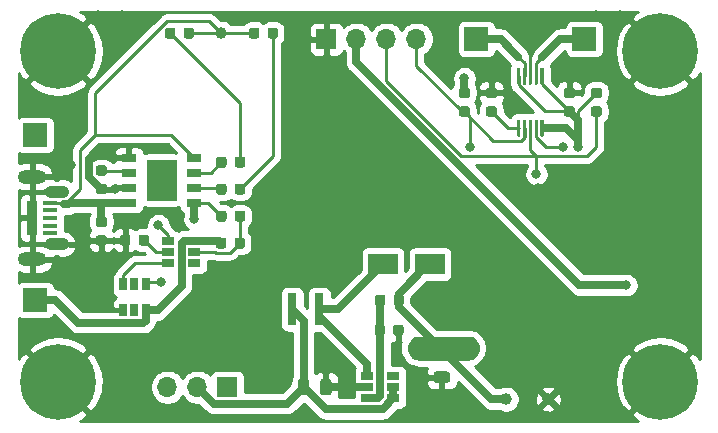
<source format=gbr>
G04 #@! TF.GenerationSoftware,KiCad,Pcbnew,(5.1.6)-1*
G04 #@! TF.CreationDate,2021-01-22T14:13:29+00:00*
G04 #@! TF.ProjectId,NanoBLE_Compass,4e616e6f-424c-4455-9f43-6f6d70617373,rev?*
G04 #@! TF.SameCoordinates,Original*
G04 #@! TF.FileFunction,Copper,L1,Top*
G04 #@! TF.FilePolarity,Positive*
%FSLAX46Y46*%
G04 Gerber Fmt 4.6, Leading zero omitted, Abs format (unit mm)*
G04 Created by KiCad (PCBNEW (5.1.6)-1) date 2021-01-22 14:13:29*
%MOMM*%
%LPD*%
G01*
G04 APERTURE LIST*
G04 #@! TA.AperFunction,EtchedComponent*
%ADD10C,0.010000*%
G04 #@! TD*
G04 #@! TA.AperFunction,SMDPad,CuDef*
%ADD11R,2.500000X1.800000*%
G04 #@! TD*
G04 #@! TA.AperFunction,SMDPad,CuDef*
%ADD12R,0.800000X2.700000*%
G04 #@! TD*
G04 #@! TA.AperFunction,ComponentPad*
%ADD13C,6.400000*%
G04 #@! TD*
G04 #@! TA.AperFunction,SMDPad,CuDef*
%ADD14R,1.300000X0.700000*%
G04 #@! TD*
G04 #@! TA.AperFunction,SMDPad,CuDef*
%ADD15R,1.200000X0.400000*%
G04 #@! TD*
G04 #@! TA.AperFunction,SMDPad,CuDef*
%ADD16R,0.900000X3.000000*%
G04 #@! TD*
G04 #@! TA.AperFunction,ComponentPad*
%ADD17O,2.400000X1.200000*%
G04 #@! TD*
G04 #@! TA.AperFunction,ComponentPad*
%ADD18O,2.100000X1.050000*%
G04 #@! TD*
G04 #@! TA.AperFunction,ComponentPad*
%ADD19R,1.700000X1.700000*%
G04 #@! TD*
G04 #@! TA.AperFunction,ComponentPad*
%ADD20O,1.700000X1.700000*%
G04 #@! TD*
G04 #@! TA.AperFunction,SMDPad,CuDef*
%ADD21C,1.000000*%
G04 #@! TD*
G04 #@! TA.AperFunction,ComponentPad*
%ADD22R,2.000000X2.000000*%
G04 #@! TD*
G04 #@! TA.AperFunction,SMDPad,CuDef*
%ADD23R,1.060000X0.650000*%
G04 #@! TD*
G04 #@! TA.AperFunction,SMDPad,CuDef*
%ADD24R,0.650000X1.060000*%
G04 #@! TD*
G04 #@! TA.AperFunction,ViaPad*
%ADD25C,0.800000*%
G04 #@! TD*
G04 #@! TA.AperFunction,Conductor*
%ADD26C,0.250000*%
G04 #@! TD*
G04 #@! TA.AperFunction,Conductor*
%ADD27C,0.700000*%
G04 #@! TD*
G04 #@! TA.AperFunction,Conductor*
%ADD28C,0.254000*%
G04 #@! TD*
G04 APERTURE END LIST*
D10*
G36*
X130879740Y-84660000D02*
G01*
X133280000Y-84660000D01*
X133280000Y-88060370D01*
X130879740Y-88060370D01*
X130879740Y-84660000D01*
G37*
X130879740Y-84660000D02*
X133280000Y-84660000D01*
X133280000Y-88060370D01*
X130879740Y-88060370D01*
X130879740Y-84660000D01*
D11*
X150836000Y-93472000D03*
X154836000Y-93472000D03*
D12*
X143158000Y-97282000D03*
X145458000Y-97282000D03*
G04 #@! TA.AperFunction,SMDPad,CuDef*
G36*
G01*
X126743750Y-89453000D02*
X127256250Y-89453000D01*
G75*
G02*
X127475000Y-89671750I0J-218750D01*
G01*
X127475000Y-90109250D01*
G75*
G02*
X127256250Y-90328000I-218750J0D01*
G01*
X126743750Y-90328000D01*
G75*
G02*
X126525000Y-90109250I0J218750D01*
G01*
X126525000Y-89671750D01*
G75*
G02*
X126743750Y-89453000I218750J0D01*
G01*
G37*
G04 #@! TD.AperFunction*
G04 #@! TA.AperFunction,SMDPad,CuDef*
G36*
G01*
X126743750Y-91028000D02*
X127256250Y-91028000D01*
G75*
G02*
X127475000Y-91246750I0J-218750D01*
G01*
X127475000Y-91684250D01*
G75*
G02*
X127256250Y-91903000I-218750J0D01*
G01*
X126743750Y-91903000D01*
G75*
G02*
X126525000Y-91684250I0J218750D01*
G01*
X126525000Y-91246750D01*
G75*
G02*
X126743750Y-91028000I218750J0D01*
G01*
G37*
G04 #@! TD.AperFunction*
G04 #@! TA.AperFunction,SMDPad,CuDef*
G36*
G01*
X137572000Y-91437750D02*
X137572000Y-91950250D01*
G75*
G02*
X137353250Y-92169000I-218750J0D01*
G01*
X136915750Y-92169000D01*
G75*
G02*
X136697000Y-91950250I0J218750D01*
G01*
X136697000Y-91437750D01*
G75*
G02*
X136915750Y-91219000I218750J0D01*
G01*
X137353250Y-91219000D01*
G75*
G02*
X137572000Y-91437750I0J-218750D01*
G01*
G37*
G04 #@! TD.AperFunction*
G04 #@! TA.AperFunction,SMDPad,CuDef*
G36*
G01*
X139147000Y-91437750D02*
X139147000Y-91950250D01*
G75*
G02*
X138928250Y-92169000I-218750J0D01*
G01*
X138490750Y-92169000D01*
G75*
G02*
X138272000Y-91950250I0J218750D01*
G01*
X138272000Y-91437750D01*
G75*
G02*
X138490750Y-91219000I218750J0D01*
G01*
X138928250Y-91219000D01*
G75*
G02*
X139147000Y-91437750I0J-218750D01*
G01*
G37*
G04 #@! TD.AperFunction*
G04 #@! TA.AperFunction,SMDPad,CuDef*
G36*
G01*
X166367750Y-80106000D02*
X166880250Y-80106000D01*
G75*
G02*
X167099000Y-80324750I0J-218750D01*
G01*
X167099000Y-80762250D01*
G75*
G02*
X166880250Y-80981000I-218750J0D01*
G01*
X166367750Y-80981000D01*
G75*
G02*
X166149000Y-80762250I0J218750D01*
G01*
X166149000Y-80324750D01*
G75*
G02*
X166367750Y-80106000I218750J0D01*
G01*
G37*
G04 #@! TD.AperFunction*
G04 #@! TA.AperFunction,SMDPad,CuDef*
G36*
G01*
X166367750Y-78531000D02*
X166880250Y-78531000D01*
G75*
G02*
X167099000Y-78749750I0J-218750D01*
G01*
X167099000Y-79187250D01*
G75*
G02*
X166880250Y-79406000I-218750J0D01*
G01*
X166367750Y-79406000D01*
G75*
G02*
X166149000Y-79187250I0J218750D01*
G01*
X166149000Y-78749750D01*
G75*
G02*
X166367750Y-78531000I218750J0D01*
G01*
G37*
G04 #@! TD.AperFunction*
G04 #@! TA.AperFunction,SMDPad,CuDef*
G36*
G01*
X160276250Y-80981000D02*
X159763750Y-80981000D01*
G75*
G02*
X159545000Y-80762250I0J218750D01*
G01*
X159545000Y-80324750D01*
G75*
G02*
X159763750Y-80106000I218750J0D01*
G01*
X160276250Y-80106000D01*
G75*
G02*
X160495000Y-80324750I0J-218750D01*
G01*
X160495000Y-80762250D01*
G75*
G02*
X160276250Y-80981000I-218750J0D01*
G01*
G37*
G04 #@! TD.AperFunction*
G04 #@! TA.AperFunction,SMDPad,CuDef*
G36*
G01*
X160276250Y-79406000D02*
X159763750Y-79406000D01*
G75*
G02*
X159545000Y-79187250I0J218750D01*
G01*
X159545000Y-78749750D01*
G75*
G02*
X159763750Y-78531000I218750J0D01*
G01*
X160276250Y-78531000D01*
G75*
G02*
X160495000Y-78749750I0J-218750D01*
G01*
X160495000Y-79187250D01*
G75*
G02*
X160276250Y-79406000I-218750J0D01*
G01*
G37*
G04 #@! TD.AperFunction*
G04 #@! TA.AperFunction,SMDPad,CuDef*
G36*
G01*
X132379000Y-74170250D02*
X132379000Y-73657750D01*
G75*
G02*
X132597750Y-73439000I218750J0D01*
G01*
X133035250Y-73439000D01*
G75*
G02*
X133254000Y-73657750I0J-218750D01*
G01*
X133254000Y-74170250D01*
G75*
G02*
X133035250Y-74389000I-218750J0D01*
G01*
X132597750Y-74389000D01*
G75*
G02*
X132379000Y-74170250I0J218750D01*
G01*
G37*
G04 #@! TD.AperFunction*
G04 #@! TA.AperFunction,SMDPad,CuDef*
G36*
G01*
X133954000Y-74170250D02*
X133954000Y-73657750D01*
G75*
G02*
X134172750Y-73439000I218750J0D01*
G01*
X134610250Y-73439000D01*
G75*
G02*
X134829000Y-73657750I0J-218750D01*
G01*
X134829000Y-74170250D01*
G75*
G02*
X134610250Y-74389000I-218750J0D01*
G01*
X134172750Y-74389000D01*
G75*
G02*
X133954000Y-74170250I0J218750D01*
G01*
G37*
G04 #@! TD.AperFunction*
G04 #@! TA.AperFunction,SMDPad,CuDef*
G36*
G01*
X140366000Y-73657750D02*
X140366000Y-74170250D01*
G75*
G02*
X140147250Y-74389000I-218750J0D01*
G01*
X139709750Y-74389000D01*
G75*
G02*
X139491000Y-74170250I0J218750D01*
G01*
X139491000Y-73657750D01*
G75*
G02*
X139709750Y-73439000I218750J0D01*
G01*
X140147250Y-73439000D01*
G75*
G02*
X140366000Y-73657750I0J-218750D01*
G01*
G37*
G04 #@! TD.AperFunction*
G04 #@! TA.AperFunction,SMDPad,CuDef*
G36*
G01*
X141941000Y-73657750D02*
X141941000Y-74170250D01*
G75*
G02*
X141722250Y-74389000I-218750J0D01*
G01*
X141284750Y-74389000D01*
G75*
G02*
X141066000Y-74170250I0J218750D01*
G01*
X141066000Y-73657750D01*
G75*
G02*
X141284750Y-73439000I218750J0D01*
G01*
X141722250Y-73439000D01*
G75*
G02*
X141941000Y-73657750I0J-218750D01*
G01*
G37*
G04 #@! TD.AperFunction*
D13*
X123330000Y-75430000D03*
X123330000Y-103430000D03*
X174330000Y-103430000D03*
X174330000Y-75430000D03*
D14*
X134830000Y-85725000D03*
X134830000Y-84455000D03*
X134830000Y-86995000D03*
X134830000Y-88265000D03*
X129330000Y-85725000D03*
X129330000Y-84455000D03*
X129330000Y-86995000D03*
X129330000Y-88265000D03*
D15*
X122682000Y-89565000D03*
X122682000Y-88915000D03*
X122682000Y-88265000D03*
X122682000Y-90215000D03*
X122682000Y-90865000D03*
D16*
X121132000Y-89565000D03*
D17*
X121132000Y-86065000D03*
X121132000Y-93065000D03*
D18*
X123232000Y-87340000D03*
X123232000Y-91790000D03*
D19*
X137668000Y-103886000D03*
D20*
X135128000Y-103886000D03*
X132588000Y-103886000D03*
D19*
X146050000Y-74422000D03*
D20*
X148590000Y-74422000D03*
X151130000Y-74422000D03*
X153670000Y-74422000D03*
G04 #@! TA.AperFunction,SMDPad,CuDef*
G36*
G01*
X138297500Y-85092250D02*
X138297500Y-84579750D01*
G75*
G02*
X138516250Y-84361000I218750J0D01*
G01*
X138953750Y-84361000D01*
G75*
G02*
X139172500Y-84579750I0J-218750D01*
G01*
X139172500Y-85092250D01*
G75*
G02*
X138953750Y-85311000I-218750J0D01*
G01*
X138516250Y-85311000D01*
G75*
G02*
X138297500Y-85092250I0J218750D01*
G01*
G37*
G04 #@! TD.AperFunction*
G04 #@! TA.AperFunction,SMDPad,CuDef*
G36*
G01*
X136722500Y-85092250D02*
X136722500Y-84579750D01*
G75*
G02*
X136941250Y-84361000I218750J0D01*
G01*
X137378750Y-84361000D01*
G75*
G02*
X137597500Y-84579750I0J-218750D01*
G01*
X137597500Y-85092250D01*
G75*
G02*
X137378750Y-85311000I-218750J0D01*
G01*
X136941250Y-85311000D01*
G75*
G02*
X136722500Y-85092250I0J218750D01*
G01*
G37*
G04 #@! TD.AperFunction*
G04 #@! TA.AperFunction,SMDPad,CuDef*
G36*
G01*
X136722500Y-87378250D02*
X136722500Y-86865750D01*
G75*
G02*
X136941250Y-86647000I218750J0D01*
G01*
X137378750Y-86647000D01*
G75*
G02*
X137597500Y-86865750I0J-218750D01*
G01*
X137597500Y-87378250D01*
G75*
G02*
X137378750Y-87597000I-218750J0D01*
G01*
X136941250Y-87597000D01*
G75*
G02*
X136722500Y-87378250I0J218750D01*
G01*
G37*
G04 #@! TD.AperFunction*
G04 #@! TA.AperFunction,SMDPad,CuDef*
G36*
G01*
X138297500Y-87378250D02*
X138297500Y-86865750D01*
G75*
G02*
X138516250Y-86647000I218750J0D01*
G01*
X138953750Y-86647000D01*
G75*
G02*
X139172500Y-86865750I0J-218750D01*
G01*
X139172500Y-87378250D01*
G75*
G02*
X138953750Y-87597000I-218750J0D01*
G01*
X138516250Y-87597000D01*
G75*
G02*
X138297500Y-87378250I0J218750D01*
G01*
G37*
G04 #@! TD.AperFunction*
G04 #@! TA.AperFunction,SMDPad,CuDef*
G36*
G01*
X126743750Y-86684500D02*
X127256250Y-86684500D01*
G75*
G02*
X127475000Y-86903250I0J-218750D01*
G01*
X127475000Y-87340750D01*
G75*
G02*
X127256250Y-87559500I-218750J0D01*
G01*
X126743750Y-87559500D01*
G75*
G02*
X126525000Y-87340750I0J218750D01*
G01*
X126525000Y-86903250D01*
G75*
G02*
X126743750Y-86684500I218750J0D01*
G01*
G37*
G04 #@! TD.AperFunction*
G04 #@! TA.AperFunction,SMDPad,CuDef*
G36*
G01*
X126743750Y-85109500D02*
X127256250Y-85109500D01*
G75*
G02*
X127475000Y-85328250I0J-218750D01*
G01*
X127475000Y-85765750D01*
G75*
G02*
X127256250Y-85984500I-218750J0D01*
G01*
X126743750Y-85984500D01*
G75*
G02*
X126525000Y-85765750I0J218750D01*
G01*
X126525000Y-85328250D01*
G75*
G02*
X126743750Y-85109500I218750J0D01*
G01*
G37*
G04 #@! TD.AperFunction*
G04 #@! TA.AperFunction,SMDPad,CuDef*
G36*
G01*
X136722500Y-89664250D02*
X136722500Y-89151750D01*
G75*
G02*
X136941250Y-88933000I218750J0D01*
G01*
X137378750Y-88933000D01*
G75*
G02*
X137597500Y-89151750I0J-218750D01*
G01*
X137597500Y-89664250D01*
G75*
G02*
X137378750Y-89883000I-218750J0D01*
G01*
X136941250Y-89883000D01*
G75*
G02*
X136722500Y-89664250I0J218750D01*
G01*
G37*
G04 #@! TD.AperFunction*
G04 #@! TA.AperFunction,SMDPad,CuDef*
G36*
G01*
X138297500Y-89664250D02*
X138297500Y-89151750D01*
G75*
G02*
X138516250Y-88933000I218750J0D01*
G01*
X138953750Y-88933000D01*
G75*
G02*
X139172500Y-89151750I0J-218750D01*
G01*
X139172500Y-89664250D01*
G75*
G02*
X138953750Y-89883000I-218750J0D01*
G01*
X138516250Y-89883000D01*
G75*
G02*
X138297500Y-89664250I0J218750D01*
G01*
G37*
G04 #@! TD.AperFunction*
G04 #@! TA.AperFunction,SMDPad,CuDef*
G36*
G01*
X131019000Y-91183750D02*
X131019000Y-91696250D01*
G75*
G02*
X130800250Y-91915000I-218750J0D01*
G01*
X130362750Y-91915000D01*
G75*
G02*
X130144000Y-91696250I0J218750D01*
G01*
X130144000Y-91183750D01*
G75*
G02*
X130362750Y-90965000I218750J0D01*
G01*
X130800250Y-90965000D01*
G75*
G02*
X131019000Y-91183750I0J-218750D01*
G01*
G37*
G04 #@! TD.AperFunction*
G04 #@! TA.AperFunction,SMDPad,CuDef*
G36*
G01*
X129444000Y-91183750D02*
X129444000Y-91696250D01*
G75*
G02*
X129225250Y-91915000I-218750J0D01*
G01*
X128787750Y-91915000D01*
G75*
G02*
X128569000Y-91696250I0J218750D01*
G01*
X128569000Y-91183750D01*
G75*
G02*
X128787750Y-90965000I218750J0D01*
G01*
X129225250Y-90965000D01*
G75*
G02*
X129444000Y-91183750I0J-218750D01*
G01*
G37*
G04 #@! TD.AperFunction*
G04 #@! TA.AperFunction,SMDPad,CuDef*
G36*
G01*
X152609000Y-96263750D02*
X152609000Y-96776250D01*
G75*
G02*
X152390250Y-96995000I-218750J0D01*
G01*
X151952750Y-96995000D01*
G75*
G02*
X151734000Y-96776250I0J218750D01*
G01*
X151734000Y-96263750D01*
G75*
G02*
X151952750Y-96045000I218750J0D01*
G01*
X152390250Y-96045000D01*
G75*
G02*
X152609000Y-96263750I0J-218750D01*
G01*
G37*
G04 #@! TD.AperFunction*
G04 #@! TA.AperFunction,SMDPad,CuDef*
G36*
G01*
X151034000Y-96263750D02*
X151034000Y-96776250D01*
G75*
G02*
X150815250Y-96995000I-218750J0D01*
G01*
X150377750Y-96995000D01*
G75*
G02*
X150159000Y-96776250I0J218750D01*
G01*
X150159000Y-96263750D01*
G75*
G02*
X150377750Y-96045000I218750J0D01*
G01*
X150815250Y-96045000D01*
G75*
G02*
X151034000Y-96263750I0J-218750D01*
G01*
G37*
G04 #@! TD.AperFunction*
G04 #@! TA.AperFunction,SMDPad,CuDef*
G36*
G01*
X151708500Y-99316250D02*
X151708500Y-98803750D01*
G75*
G02*
X151927250Y-98585000I218750J0D01*
G01*
X152364750Y-98585000D01*
G75*
G02*
X152583500Y-98803750I0J-218750D01*
G01*
X152583500Y-99316250D01*
G75*
G02*
X152364750Y-99535000I-218750J0D01*
G01*
X151927250Y-99535000D01*
G75*
G02*
X151708500Y-99316250I0J218750D01*
G01*
G37*
G04 #@! TD.AperFunction*
G04 #@! TA.AperFunction,SMDPad,CuDef*
G36*
G01*
X150133500Y-99316250D02*
X150133500Y-98803750D01*
G75*
G02*
X150352250Y-98585000I218750J0D01*
G01*
X150789750Y-98585000D01*
G75*
G02*
X151008500Y-98803750I0J-218750D01*
G01*
X151008500Y-99316250D01*
G75*
G02*
X150789750Y-99535000I-218750J0D01*
G01*
X150352250Y-99535000D01*
G75*
G02*
X150133500Y-99316250I0J218750D01*
G01*
G37*
G04 #@! TD.AperFunction*
G04 #@! TA.AperFunction,SMDPad,CuDef*
G36*
G01*
X168653750Y-80106000D02*
X169166250Y-80106000D01*
G75*
G02*
X169385000Y-80324750I0J-218750D01*
G01*
X169385000Y-80762250D01*
G75*
G02*
X169166250Y-80981000I-218750J0D01*
G01*
X168653750Y-80981000D01*
G75*
G02*
X168435000Y-80762250I0J218750D01*
G01*
X168435000Y-80324750D01*
G75*
G02*
X168653750Y-80106000I218750J0D01*
G01*
G37*
G04 #@! TD.AperFunction*
G04 #@! TA.AperFunction,SMDPad,CuDef*
G36*
G01*
X168653750Y-78531000D02*
X169166250Y-78531000D01*
G75*
G02*
X169385000Y-78749750I0J-218750D01*
G01*
X169385000Y-79187250D01*
G75*
G02*
X169166250Y-79406000I-218750J0D01*
G01*
X168653750Y-79406000D01*
G75*
G02*
X168435000Y-79187250I0J218750D01*
G01*
X168435000Y-78749750D01*
G75*
G02*
X168653750Y-78531000I218750J0D01*
G01*
G37*
G04 #@! TD.AperFunction*
G04 #@! TA.AperFunction,SMDPad,CuDef*
G36*
G01*
X157477750Y-78531000D02*
X157990250Y-78531000D01*
G75*
G02*
X158209000Y-78749750I0J-218750D01*
G01*
X158209000Y-79187250D01*
G75*
G02*
X157990250Y-79406000I-218750J0D01*
G01*
X157477750Y-79406000D01*
G75*
G02*
X157259000Y-79187250I0J218750D01*
G01*
X157259000Y-78749750D01*
G75*
G02*
X157477750Y-78531000I218750J0D01*
G01*
G37*
G04 #@! TD.AperFunction*
G04 #@! TA.AperFunction,SMDPad,CuDef*
G36*
G01*
X157477750Y-80106000D02*
X157990250Y-80106000D01*
G75*
G02*
X158209000Y-80324750I0J-218750D01*
G01*
X158209000Y-80762250D01*
G75*
G02*
X157990250Y-80981000I-218750J0D01*
G01*
X157477750Y-80981000D01*
G75*
G02*
X157259000Y-80762250I0J218750D01*
G01*
X157259000Y-80324750D01*
G75*
G02*
X157477750Y-80106000I218750J0D01*
G01*
G37*
G04 #@! TD.AperFunction*
D21*
X137160000Y-73914000D03*
D22*
X121412000Y-82550000D03*
X121412000Y-96520000D03*
D21*
X161290000Y-104902000D03*
D22*
X167894000Y-74422000D03*
X158750000Y-74422000D03*
D21*
X164846000Y-104902000D03*
D23*
X132674000Y-91506000D03*
X132674000Y-92456000D03*
X132674000Y-93406000D03*
X134874000Y-93406000D03*
X134874000Y-91506000D03*
X134874000Y-92456000D03*
X151722000Y-103886000D03*
X151722000Y-102936000D03*
X151722000Y-104836000D03*
X149522000Y-104836000D03*
X149522000Y-103886000D03*
X149522000Y-102936000D03*
G04 #@! TA.AperFunction,SMDPad,CuDef*
G36*
G01*
X162397000Y-82681000D02*
X162247000Y-82681000D01*
G75*
G02*
X162172000Y-82606000I0J75000D01*
G01*
X162172000Y-81306000D01*
G75*
G02*
X162247000Y-81231000I75000J0D01*
G01*
X162397000Y-81231000D01*
G75*
G02*
X162472000Y-81306000I0J-75000D01*
G01*
X162472000Y-82606000D01*
G75*
G02*
X162397000Y-82681000I-75000J0D01*
G01*
G37*
G04 #@! TD.AperFunction*
G04 #@! TA.AperFunction,SMDPad,CuDef*
G36*
G01*
X162897000Y-82681000D02*
X162747000Y-82681000D01*
G75*
G02*
X162672000Y-82606000I0J75000D01*
G01*
X162672000Y-81306000D01*
G75*
G02*
X162747000Y-81231000I75000J0D01*
G01*
X162897000Y-81231000D01*
G75*
G02*
X162972000Y-81306000I0J-75000D01*
G01*
X162972000Y-82606000D01*
G75*
G02*
X162897000Y-82681000I-75000J0D01*
G01*
G37*
G04 #@! TD.AperFunction*
G04 #@! TA.AperFunction,SMDPad,CuDef*
G36*
G01*
X163397000Y-82681000D02*
X163247000Y-82681000D01*
G75*
G02*
X163172000Y-82606000I0J75000D01*
G01*
X163172000Y-81306000D01*
G75*
G02*
X163247000Y-81231000I75000J0D01*
G01*
X163397000Y-81231000D01*
G75*
G02*
X163472000Y-81306000I0J-75000D01*
G01*
X163472000Y-82606000D01*
G75*
G02*
X163397000Y-82681000I-75000J0D01*
G01*
G37*
G04 #@! TD.AperFunction*
G04 #@! TA.AperFunction,SMDPad,CuDef*
G36*
G01*
X163897000Y-82681000D02*
X163747000Y-82681000D01*
G75*
G02*
X163672000Y-82606000I0J75000D01*
G01*
X163672000Y-81306000D01*
G75*
G02*
X163747000Y-81231000I75000J0D01*
G01*
X163897000Y-81231000D01*
G75*
G02*
X163972000Y-81306000I0J-75000D01*
G01*
X163972000Y-82606000D01*
G75*
G02*
X163897000Y-82681000I-75000J0D01*
G01*
G37*
G04 #@! TD.AperFunction*
G04 #@! TA.AperFunction,SMDPad,CuDef*
G36*
G01*
X164397000Y-82681000D02*
X164247000Y-82681000D01*
G75*
G02*
X164172000Y-82606000I0J75000D01*
G01*
X164172000Y-81306000D01*
G75*
G02*
X164247000Y-81231000I75000J0D01*
G01*
X164397000Y-81231000D01*
G75*
G02*
X164472000Y-81306000I0J-75000D01*
G01*
X164472000Y-82606000D01*
G75*
G02*
X164397000Y-82681000I-75000J0D01*
G01*
G37*
G04 #@! TD.AperFunction*
G04 #@! TA.AperFunction,SMDPad,CuDef*
G36*
G01*
X164397000Y-78281000D02*
X164247000Y-78281000D01*
G75*
G02*
X164172000Y-78206000I0J75000D01*
G01*
X164172000Y-76906000D01*
G75*
G02*
X164247000Y-76831000I75000J0D01*
G01*
X164397000Y-76831000D01*
G75*
G02*
X164472000Y-76906000I0J-75000D01*
G01*
X164472000Y-78206000D01*
G75*
G02*
X164397000Y-78281000I-75000J0D01*
G01*
G37*
G04 #@! TD.AperFunction*
G04 #@! TA.AperFunction,SMDPad,CuDef*
G36*
G01*
X163897000Y-78281000D02*
X163747000Y-78281000D01*
G75*
G02*
X163672000Y-78206000I0J75000D01*
G01*
X163672000Y-76906000D01*
G75*
G02*
X163747000Y-76831000I75000J0D01*
G01*
X163897000Y-76831000D01*
G75*
G02*
X163972000Y-76906000I0J-75000D01*
G01*
X163972000Y-78206000D01*
G75*
G02*
X163897000Y-78281000I-75000J0D01*
G01*
G37*
G04 #@! TD.AperFunction*
G04 #@! TA.AperFunction,SMDPad,CuDef*
G36*
G01*
X163397000Y-78281000D02*
X163247000Y-78281000D01*
G75*
G02*
X163172000Y-78206000I0J75000D01*
G01*
X163172000Y-76906000D01*
G75*
G02*
X163247000Y-76831000I75000J0D01*
G01*
X163397000Y-76831000D01*
G75*
G02*
X163472000Y-76906000I0J-75000D01*
G01*
X163472000Y-78206000D01*
G75*
G02*
X163397000Y-78281000I-75000J0D01*
G01*
G37*
G04 #@! TD.AperFunction*
G04 #@! TA.AperFunction,SMDPad,CuDef*
G36*
G01*
X162897000Y-78281000D02*
X162747000Y-78281000D01*
G75*
G02*
X162672000Y-78206000I0J75000D01*
G01*
X162672000Y-76906000D01*
G75*
G02*
X162747000Y-76831000I75000J0D01*
G01*
X162897000Y-76831000D01*
G75*
G02*
X162972000Y-76906000I0J-75000D01*
G01*
X162972000Y-78206000D01*
G75*
G02*
X162897000Y-78281000I-75000J0D01*
G01*
G37*
G04 #@! TD.AperFunction*
G04 #@! TA.AperFunction,SMDPad,CuDef*
G36*
G01*
X162397000Y-78281000D02*
X162247000Y-78281000D01*
G75*
G02*
X162172000Y-78206000I0J75000D01*
G01*
X162172000Y-76906000D01*
G75*
G02*
X162247000Y-76831000I75000J0D01*
G01*
X162397000Y-76831000D01*
G75*
G02*
X162472000Y-76906000I0J-75000D01*
G01*
X162472000Y-78206000D01*
G75*
G02*
X162397000Y-78281000I-75000J0D01*
G01*
G37*
G04 #@! TD.AperFunction*
D24*
X128844000Y-97366000D03*
X129794000Y-97366000D03*
X130744000Y-97366000D03*
X130744000Y-95166000D03*
X128844000Y-95166000D03*
X129794000Y-95166000D03*
G04 #@! TA.AperFunction,SMDPad,CuDef*
G36*
G01*
X143637500Y-104342250D02*
X143637500Y-103429750D01*
G75*
G02*
X143881250Y-103186000I243750J0D01*
G01*
X144368750Y-103186000D01*
G75*
G02*
X144612500Y-103429750I0J-243750D01*
G01*
X144612500Y-104342250D01*
G75*
G02*
X144368750Y-104586000I-243750J0D01*
G01*
X143881250Y-104586000D01*
G75*
G02*
X143637500Y-104342250I0J243750D01*
G01*
G37*
G04 #@! TD.AperFunction*
G04 #@! TA.AperFunction,SMDPad,CuDef*
G36*
G01*
X145512500Y-104342250D02*
X145512500Y-103429750D01*
G75*
G02*
X145756250Y-103186000I243750J0D01*
G01*
X146243750Y-103186000D01*
G75*
G02*
X146487500Y-103429750I0J-243750D01*
G01*
X146487500Y-104342250D01*
G75*
G02*
X146243750Y-104586000I-243750J0D01*
G01*
X145756250Y-104586000D01*
G75*
G02*
X145512500Y-104342250I0J243750D01*
G01*
G37*
G04 #@! TD.AperFunction*
G04 #@! TA.AperFunction,SMDPad,CuDef*
G36*
G01*
X155372750Y-102558000D02*
X156285250Y-102558000D01*
G75*
G02*
X156529000Y-102801750I0J-243750D01*
G01*
X156529000Y-103289250D01*
G75*
G02*
X156285250Y-103533000I-243750J0D01*
G01*
X155372750Y-103533000D01*
G75*
G02*
X155129000Y-103289250I0J243750D01*
G01*
X155129000Y-102801750D01*
G75*
G02*
X155372750Y-102558000I243750J0D01*
G01*
G37*
G04 #@! TD.AperFunction*
G04 #@! TA.AperFunction,SMDPad,CuDef*
G36*
G01*
X155372750Y-100683000D02*
X156285250Y-100683000D01*
G75*
G02*
X156529000Y-100926750I0J-243750D01*
G01*
X156529000Y-101414250D01*
G75*
G02*
X156285250Y-101658000I-243750J0D01*
G01*
X155372750Y-101658000D01*
G75*
G02*
X155129000Y-101414250I0J243750D01*
G01*
X155129000Y-100926750D01*
G75*
G02*
X155372750Y-100683000I243750J0D01*
G01*
G37*
G04 #@! TD.AperFunction*
D25*
X163322000Y-74422000D03*
X128143000Y-87122000D03*
X132461000Y-83693000D03*
X120396000Y-100076000D03*
X126746000Y-106426000D03*
X171196000Y-106426000D03*
X177292000Y-100076000D03*
X177292000Y-78994000D03*
X170942000Y-72390000D03*
X126746000Y-72390000D03*
X120396000Y-78994000D03*
X128778000Y-72390000D03*
X168910000Y-106426000D03*
X128778000Y-106426000D03*
X177292000Y-98044000D03*
X168910000Y-72390000D03*
X177292000Y-81026000D03*
X123190000Y-93980000D03*
X124460000Y-93980000D03*
X123190000Y-85090000D03*
X124460000Y-85090000D03*
X147701000Y-103886000D03*
X129032000Y-89916000D03*
X127000000Y-84074000D03*
X143000000Y-84000000D03*
X146000000Y-84000000D03*
X149000000Y-84000000D03*
X152000000Y-84000000D03*
X152000000Y-87000000D03*
X149000000Y-87000000D03*
X146000000Y-87000000D03*
X143000000Y-87000000D03*
X143000000Y-90000000D03*
X143000000Y-93000000D03*
X146000000Y-90000000D03*
X146000000Y-93000000D03*
X149000000Y-90000000D03*
X152000000Y-90000000D03*
X155000000Y-90000000D03*
X158000000Y-90000000D03*
X158000000Y-93000000D03*
X161000000Y-93000000D03*
X164000000Y-90000000D03*
X164000000Y-87000000D03*
X167000000Y-87000000D03*
X167000000Y-90000000D03*
X167000000Y-93000000D03*
X170000000Y-93000000D03*
X170000000Y-90000000D03*
X157353000Y-100203000D03*
X158242000Y-100203000D03*
X158242000Y-101092000D03*
X153543000Y-100203000D03*
X153543000Y-101092000D03*
X154432000Y-101092000D03*
X157353000Y-101092000D03*
X154432000Y-100203000D03*
X157734000Y-77724000D03*
X167386000Y-83566000D03*
X171450000Y-95250000D03*
X134874000Y-89662000D03*
X163830000Y-85852000D03*
X158242000Y-83566000D03*
X131826000Y-90170000D03*
X132080000Y-94996000D03*
X166116000Y-83566000D03*
D26*
X122682000Y-88265000D02*
X123571000Y-88265000D01*
X123571000Y-88265000D02*
X123698000Y-88392000D01*
D27*
X124202283Y-88415010D02*
X123832001Y-88415010D01*
X124352293Y-88265000D02*
X124202283Y-88415010D01*
X129330000Y-88265000D02*
X126873000Y-88265000D01*
X127000000Y-88392000D02*
X126873000Y-88265000D01*
X127000000Y-89890500D02*
X127000000Y-88392000D01*
X126873000Y-88265000D02*
X124352293Y-88265000D01*
D26*
X132925000Y-82550000D02*
X134830000Y-84455000D01*
X123832001Y-88415010D02*
X123884085Y-88415010D01*
X126492000Y-82550000D02*
X132925000Y-82550000D01*
X123884085Y-88415010D02*
X125222000Y-87077095D01*
X125222000Y-87077095D02*
X125222000Y-83820000D01*
X125222000Y-83820000D02*
X126492000Y-82550000D01*
X134391500Y-73914000D02*
X139928500Y-73914000D01*
X126492000Y-78994506D02*
X132588506Y-72898000D01*
X126492000Y-82550000D02*
X126492000Y-78994506D01*
X136144000Y-72898000D02*
X137160000Y-73914000D01*
X132588506Y-72898000D02*
X136144000Y-72898000D01*
X163322000Y-77556000D02*
X163322000Y-74422000D01*
D27*
X149522000Y-103886000D02*
X146409500Y-103886000D01*
X126434315Y-84074000D02*
X127000000Y-84074000D01*
X125974990Y-86096990D02*
X125974990Y-84533325D01*
X125974990Y-84533325D02*
X126434315Y-84074000D01*
X127000000Y-87122000D02*
X125974990Y-86096990D01*
X133793999Y-95341001D02*
X133793999Y-91690999D01*
X131769000Y-97366000D02*
X133793999Y-95341001D01*
X133978998Y-91506000D02*
X134874000Y-91506000D01*
X133793999Y-91690999D02*
X133978998Y-91506000D01*
X130744000Y-97366000D02*
X131769000Y-97366000D01*
X136946500Y-91506000D02*
X137134500Y-91694000D01*
X134874000Y-91506000D02*
X136946500Y-91506000D01*
X130744000Y-98261002D02*
X130744000Y-97366000D01*
X125038001Y-98446001D02*
X130559001Y-98446001D01*
X123112000Y-96520000D02*
X125038001Y-98446001D01*
X130559001Y-98446001D02*
X130744000Y-98261002D01*
X121412000Y-96520000D02*
X123112000Y-96520000D01*
D26*
X138709500Y-89433500D02*
X138735000Y-89408000D01*
X138709500Y-91694000D02*
X138709500Y-89433500D01*
X137909490Y-92494010D02*
X138709500Y-91694000D01*
X136690516Y-92494010D02*
X137909490Y-92494010D01*
X136652506Y-92456000D02*
X136690516Y-92494010D01*
X134874000Y-92456000D02*
X136652506Y-92456000D01*
D27*
X151722000Y-103886000D02*
X151722000Y-104836000D01*
X136528001Y-105286001D02*
X135128000Y-103886000D01*
X142724999Y-105286001D02*
X136528001Y-105286001D01*
X144125000Y-103886000D02*
X142724999Y-105286001D01*
X150821991Y-105736009D02*
X151722000Y-104836000D01*
X145975009Y-105736009D02*
X150821991Y-105736009D01*
X144125000Y-103886000D02*
X145975009Y-105736009D01*
X144125000Y-98249000D02*
X143158000Y-97282000D01*
X144125000Y-103886000D02*
X144125000Y-98249000D01*
X152171500Y-97075000D02*
X154929250Y-99832750D01*
X152171500Y-96520000D02*
X152171500Y-97075000D01*
X159998500Y-104902000D02*
X161290000Y-104902000D01*
X155702000Y-100605500D02*
X156453250Y-101356750D01*
X155691250Y-100594750D02*
X155702000Y-100605500D01*
X156453250Y-101356750D02*
X159998500Y-104902000D01*
X152171500Y-95986500D02*
X154686000Y-93472000D01*
X152171500Y-96520000D02*
X152171500Y-95986500D01*
X154929250Y-99832750D02*
X155691250Y-100594750D01*
D26*
X164322000Y-78241500D02*
X166624000Y-80543500D01*
X164322000Y-77556000D02*
X164322000Y-78241500D01*
X164518798Y-80543500D02*
X166624000Y-80543500D01*
X162322000Y-78346702D02*
X164518798Y-80543500D01*
X162322000Y-77556000D02*
X162322000Y-78346702D01*
D27*
X157734000Y-78968500D02*
X157734000Y-77724000D01*
X167386000Y-81305500D02*
X167386000Y-83566000D01*
X166624000Y-80543500D02*
X167386000Y-81305500D01*
X166341685Y-81956000D02*
X164522010Y-81956000D01*
X167386000Y-83566000D02*
X167386000Y-83000315D01*
X167386000Y-83000315D02*
X166341685Y-81956000D01*
D26*
X167386000Y-80492500D02*
X168910000Y-78968500D01*
X167386000Y-81305500D02*
X167386000Y-80492500D01*
D27*
X148590000Y-74422000D02*
X148590000Y-76392608D01*
X148590000Y-76392608D02*
X167447392Y-95250000D01*
X167447392Y-95250000D02*
X171450000Y-95250000D01*
D26*
X161432500Y-81956000D02*
X160020000Y-80543500D01*
X162322000Y-81956000D02*
X161432500Y-81956000D01*
X138735000Y-79832500D02*
X132816500Y-73914000D01*
X138735000Y-84836000D02*
X138735000Y-79832500D01*
X141503500Y-84353500D02*
X141503500Y-73914000D01*
X138735000Y-87122000D02*
X141503500Y-84353500D01*
D27*
X145458000Y-97847000D02*
X145458000Y-97282000D01*
X149522000Y-101911000D02*
X145458000Y-97847000D01*
X149522000Y-102936000D02*
X149522000Y-101911000D01*
X147026000Y-97282000D02*
X150836000Y-93472000D01*
X145458000Y-97282000D02*
X147026000Y-97282000D01*
D26*
X136271000Y-85725000D02*
X137160000Y-84836000D01*
X134830000Y-85725000D02*
X136271000Y-85725000D01*
X137033000Y-86995000D02*
X137160000Y-87122000D01*
X134830000Y-86995000D02*
X137033000Y-86995000D01*
X136017000Y-88265000D02*
X137160000Y-89408000D01*
X134830000Y-88265000D02*
X136017000Y-88265000D01*
D27*
X134874000Y-88309000D02*
X134830000Y-88265000D01*
X134874000Y-89662000D02*
X134874000Y-88309000D01*
D26*
X129152000Y-85547000D02*
X129330000Y-85725000D01*
X127000000Y-85547000D02*
X129152000Y-85547000D01*
X168148000Y-84328000D02*
X168910000Y-83566000D01*
X163830000Y-84328000D02*
X168148000Y-84328000D01*
X163322000Y-81956000D02*
X163322000Y-83820000D01*
X168910000Y-83566000D02*
X168910000Y-80543500D01*
X163322000Y-83820000D02*
X163830000Y-84328000D01*
X163830000Y-85852000D02*
X163830000Y-84328000D01*
X156608020Y-83456020D02*
X151130000Y-77978000D01*
X151130000Y-77978000D02*
X151130000Y-74422000D01*
X156608020Y-83456020D02*
X157480000Y-84328000D01*
X157480000Y-84328000D02*
X163830000Y-84328000D01*
X162562692Y-83006010D02*
X162822000Y-82746702D01*
X162822000Y-82746702D02*
X162822000Y-81956000D01*
X160196510Y-83006010D02*
X162562692Y-83006010D01*
X157734000Y-80543500D02*
X160196510Y-83006010D01*
X157734000Y-80543500D02*
X157505500Y-80543500D01*
X153670000Y-76708000D02*
X153670000Y-74422000D01*
X157505500Y-80543500D02*
X153670000Y-76708000D01*
X158242000Y-82731020D02*
X158242000Y-81051500D01*
X158242000Y-81051500D02*
X157734000Y-80543500D01*
X158242000Y-83566000D02*
X158242000Y-81051500D01*
X132674000Y-91506000D02*
X132674000Y-91018000D01*
X132674000Y-91018000D02*
X131826000Y-90170000D01*
X130914000Y-94996000D02*
X130744000Y-95166000D01*
X132080000Y-94996000D02*
X130914000Y-94996000D01*
X131597500Y-92456000D02*
X132674000Y-92456000D01*
X130581500Y-91440000D02*
X131597500Y-92456000D01*
D27*
X150602001Y-99091001D02*
X150571000Y-99060000D01*
X150602001Y-104651001D02*
X150602001Y-99091001D01*
X150417002Y-104836000D02*
X150602001Y-104651001D01*
X149522000Y-104836000D02*
X150417002Y-104836000D01*
X150571000Y-96545500D02*
X150596500Y-96520000D01*
X150571000Y-99060000D02*
X150571000Y-96545500D01*
X167894000Y-74422000D02*
X165847100Y-74422000D01*
D26*
X163822000Y-76447100D02*
X164330550Y-75938550D01*
X163822000Y-76447100D02*
X163822000Y-77556000D01*
X164584550Y-75684550D02*
X163822000Y-76447100D01*
D27*
X164584550Y-75684550D02*
X164330550Y-75938550D01*
X165847100Y-74422000D02*
X164584550Y-75684550D01*
X158750000Y-74422000D02*
X160796900Y-74422000D01*
D26*
X162822000Y-76447100D02*
X162313450Y-75938550D01*
X162822000Y-76447100D02*
X162822000Y-77556000D01*
X161932450Y-75557550D02*
X162822000Y-76447100D01*
D27*
X161932450Y-75557550D02*
X162313450Y-75938550D01*
X160796900Y-74422000D02*
X161932450Y-75557550D01*
D26*
X164641298Y-83566000D02*
X166116000Y-83566000D01*
X163822000Y-81956000D02*
X163822000Y-82746702D01*
X163822000Y-82746702D02*
X164641298Y-83566000D01*
X129824000Y-93406000D02*
X132674000Y-93406000D01*
X128844000Y-94386000D02*
X129824000Y-93406000D01*
X128844000Y-95166000D02*
X128844000Y-94386000D01*
D28*
G36*
X172209330Y-72212445D02*
G01*
X172168912Y-72239452D01*
X171808724Y-72729119D01*
X174330000Y-75250395D01*
X174344143Y-75236253D01*
X174523748Y-75415858D01*
X174509605Y-75430000D01*
X177030881Y-77951276D01*
X177520548Y-77591088D01*
X177670001Y-77315673D01*
X177670000Y-101541926D01*
X177547555Y-101309330D01*
X177520548Y-101268912D01*
X177030881Y-100908724D01*
X174509605Y-103430000D01*
X174523748Y-103444143D01*
X174344143Y-103623748D01*
X174330000Y-103609605D01*
X171808724Y-106130881D01*
X172168912Y-106620548D01*
X172444325Y-106770000D01*
X125218074Y-106770000D01*
X125450670Y-106647555D01*
X125491088Y-106620548D01*
X125851276Y-106130881D01*
X123330000Y-103609605D01*
X123315858Y-103623748D01*
X123136253Y-103444143D01*
X123150395Y-103430000D01*
X123509605Y-103430000D01*
X126030881Y-105951276D01*
X126520548Y-105591088D01*
X126880849Y-104927118D01*
X127104694Y-104205615D01*
X127153547Y-103739740D01*
X131103000Y-103739740D01*
X131103000Y-104032260D01*
X131160068Y-104319158D01*
X131272010Y-104589411D01*
X131434525Y-104832632D01*
X131641368Y-105039475D01*
X131884589Y-105201990D01*
X132154842Y-105313932D01*
X132441740Y-105371000D01*
X132734260Y-105371000D01*
X133021158Y-105313932D01*
X133291411Y-105201990D01*
X133534632Y-105039475D01*
X133741475Y-104832632D01*
X133858000Y-104658240D01*
X133974525Y-104832632D01*
X134181368Y-105039475D01*
X134424589Y-105201990D01*
X134694842Y-105313932D01*
X134981740Y-105371000D01*
X135220000Y-105371000D01*
X135797285Y-105948285D01*
X135828131Y-105985871D01*
X135978117Y-106108961D01*
X136149234Y-106200425D01*
X136271824Y-106237612D01*
X136334906Y-106256748D01*
X136528000Y-106275766D01*
X136576380Y-106271001D01*
X142676619Y-106271001D01*
X142724999Y-106275766D01*
X142773379Y-106271001D01*
X142918093Y-106256748D01*
X143103766Y-106200425D01*
X143274883Y-106108961D01*
X143424869Y-105985871D01*
X143455715Y-105948285D01*
X144125000Y-105279000D01*
X145244298Y-106398299D01*
X145275139Y-106435879D01*
X145425125Y-106558969D01*
X145544161Y-106622595D01*
X145596242Y-106650433D01*
X145781915Y-106706756D01*
X145975009Y-106725774D01*
X146023389Y-106721009D01*
X150773611Y-106721009D01*
X150821991Y-106725774D01*
X150870371Y-106721009D01*
X151015085Y-106706756D01*
X151200758Y-106650433D01*
X151371875Y-106558969D01*
X151521861Y-106435879D01*
X151552706Y-106398294D01*
X152151929Y-105799072D01*
X152252000Y-105799072D01*
X152376482Y-105786812D01*
X152496180Y-105750502D01*
X152606494Y-105691537D01*
X152703185Y-105612185D01*
X152782537Y-105515494D01*
X152841502Y-105405180D01*
X152877812Y-105285482D01*
X152890072Y-105161000D01*
X152890072Y-104511000D01*
X152877812Y-104386518D01*
X152870071Y-104361000D01*
X152877812Y-104335482D01*
X152890072Y-104211000D01*
X152890072Y-103561000D01*
X152887315Y-103533000D01*
X154490928Y-103533000D01*
X154503188Y-103657482D01*
X154539498Y-103777180D01*
X154598463Y-103887494D01*
X154677815Y-103984185D01*
X154774506Y-104063537D01*
X154884820Y-104122502D01*
X155004518Y-104158812D01*
X155129000Y-104171072D01*
X155543250Y-104168000D01*
X155702000Y-104009250D01*
X155702000Y-103172500D01*
X154652750Y-103172500D01*
X154494000Y-103331250D01*
X154490928Y-103533000D01*
X152887315Y-103533000D01*
X152877812Y-103436518D01*
X152870071Y-103411000D01*
X152877812Y-103385482D01*
X152890072Y-103261000D01*
X152890072Y-102611000D01*
X152877812Y-102486518D01*
X152841502Y-102366820D01*
X152782537Y-102256506D01*
X152703185Y-102159815D01*
X152606494Y-102080463D01*
X152496180Y-102021498D01*
X152376482Y-101985188D01*
X152252000Y-101972928D01*
X151587001Y-101972928D01*
X151587001Y-100161106D01*
X151708500Y-100173072D01*
X151860250Y-100170000D01*
X152019000Y-100011250D01*
X152019000Y-99187000D01*
X151999000Y-99187000D01*
X151999000Y-98933000D01*
X152019000Y-98933000D01*
X152019000Y-98913000D01*
X152273000Y-98913000D01*
X152273000Y-98933000D01*
X152293000Y-98933000D01*
X152293000Y-99187000D01*
X152273000Y-99187000D01*
X152273000Y-100011250D01*
X152349994Y-100088244D01*
X152319557Y-100188581D01*
X152295273Y-100310668D01*
X152276058Y-100505758D01*
X152273000Y-100568000D01*
X152273000Y-100600000D01*
X152276058Y-100662242D01*
X152295273Y-100857332D01*
X152319557Y-100979419D01*
X152376462Y-101167012D01*
X152424100Y-101282020D01*
X152516510Y-101454907D01*
X152585668Y-101558409D01*
X152710031Y-101709946D01*
X152713296Y-101713211D01*
X152739063Y-101751774D01*
X152883226Y-101895937D01*
X153052744Y-102009205D01*
X153201558Y-102070846D01*
X153225980Y-102083900D01*
X153340988Y-102131538D01*
X153528581Y-102188443D01*
X153650668Y-102212727D01*
X153845758Y-102231942D01*
X153908000Y-102235000D01*
X154581629Y-102235000D01*
X154539498Y-102313820D01*
X154503188Y-102433518D01*
X154490928Y-102558000D01*
X154494000Y-102759750D01*
X154652750Y-102918500D01*
X155702000Y-102918500D01*
X155702000Y-102898500D01*
X155956000Y-102898500D01*
X155956000Y-102918500D01*
X155976000Y-102918500D01*
X155976000Y-103172500D01*
X155956000Y-103172500D01*
X155956000Y-104009250D01*
X156114750Y-104168000D01*
X156529000Y-104171072D01*
X156653482Y-104158812D01*
X156773180Y-104122502D01*
X156883494Y-104063537D01*
X156980185Y-103984185D01*
X157059537Y-103887494D01*
X157118502Y-103777180D01*
X157154812Y-103657482D01*
X157167072Y-103533000D01*
X157165998Y-103462499D01*
X159267789Y-105564290D01*
X159298630Y-105601870D01*
X159375272Y-105664768D01*
X159448616Y-105724960D01*
X159619733Y-105816424D01*
X159805406Y-105872747D01*
X159998500Y-105891765D01*
X160046880Y-105887000D01*
X160721211Y-105887000D01*
X160752376Y-105907824D01*
X160958933Y-105993383D01*
X161178212Y-106037000D01*
X161401788Y-106037000D01*
X161621067Y-105993383D01*
X161827624Y-105907824D01*
X162013520Y-105783612D01*
X162116966Y-105680166D01*
X164247439Y-105680166D01*
X164282550Y-105893588D01*
X164486826Y-105984458D01*
X164704905Y-106033731D01*
X164928406Y-106039511D01*
X165148740Y-106001577D01*
X165357440Y-105921387D01*
X165409450Y-105893588D01*
X165444561Y-105680166D01*
X164846000Y-105081605D01*
X164247439Y-105680166D01*
X162116966Y-105680166D01*
X162171612Y-105625520D01*
X162295824Y-105439624D01*
X162381383Y-105233067D01*
X162425000Y-105013788D01*
X162425000Y-104984406D01*
X163708489Y-104984406D01*
X163746423Y-105204740D01*
X163826613Y-105413440D01*
X163854412Y-105465450D01*
X164067834Y-105500561D01*
X164666395Y-104902000D01*
X165025605Y-104902000D01*
X165624166Y-105500561D01*
X165837588Y-105465450D01*
X165928458Y-105261174D01*
X165977731Y-105043095D01*
X165983511Y-104819594D01*
X165945577Y-104599260D01*
X165865387Y-104390560D01*
X165837588Y-104338550D01*
X165624166Y-104303439D01*
X165025605Y-104902000D01*
X164666395Y-104902000D01*
X164067834Y-104303439D01*
X163854412Y-104338550D01*
X163763542Y-104542826D01*
X163714269Y-104760905D01*
X163708489Y-104984406D01*
X162425000Y-104984406D01*
X162425000Y-104790212D01*
X162381383Y-104570933D01*
X162295824Y-104364376D01*
X162171612Y-104178480D01*
X162116966Y-104123834D01*
X164247439Y-104123834D01*
X164846000Y-104722395D01*
X165444561Y-104123834D01*
X165409450Y-103910412D01*
X165205174Y-103819542D01*
X164987095Y-103770269D01*
X164763594Y-103764489D01*
X164543260Y-103802423D01*
X164334560Y-103882613D01*
X164282550Y-103910412D01*
X164247439Y-104123834D01*
X162116966Y-104123834D01*
X162013520Y-104020388D01*
X161827624Y-103896176D01*
X161621067Y-103810617D01*
X161401788Y-103767000D01*
X161178212Y-103767000D01*
X160958933Y-103810617D01*
X160752376Y-103896176D01*
X160721211Y-103917000D01*
X160406501Y-103917000D01*
X159895196Y-103405695D01*
X170476520Y-103405695D01*
X170545822Y-104157938D01*
X170760548Y-104882208D01*
X171112445Y-105550670D01*
X171139452Y-105591088D01*
X171629119Y-105951276D01*
X174150395Y-103430000D01*
X171629119Y-100908724D01*
X171139452Y-101268912D01*
X170779151Y-101932882D01*
X170555306Y-102654385D01*
X170476520Y-103405695D01*
X159895196Y-103405695D01*
X158606386Y-102116886D01*
X158686020Y-102083900D01*
X158858907Y-101991490D01*
X158962409Y-101922332D01*
X159113946Y-101797969D01*
X159201969Y-101709946D01*
X159326332Y-101558409D01*
X159395490Y-101454907D01*
X159487900Y-101282020D01*
X159535538Y-101167012D01*
X159592443Y-100979419D01*
X159616727Y-100857332D01*
X159629355Y-100729119D01*
X171808724Y-100729119D01*
X174330000Y-103250395D01*
X176851276Y-100729119D01*
X176491088Y-100239452D01*
X175827118Y-99879151D01*
X175105615Y-99655306D01*
X174354305Y-99576520D01*
X173602062Y-99645822D01*
X172877792Y-99860548D01*
X172209330Y-100212445D01*
X172168912Y-100239452D01*
X171808724Y-100729119D01*
X159629355Y-100729119D01*
X159635942Y-100662242D01*
X159639000Y-100600000D01*
X159639000Y-100568000D01*
X159635942Y-100505758D01*
X159616727Y-100310668D01*
X159592443Y-100188581D01*
X159535538Y-100000988D01*
X159487900Y-99885980D01*
X159395490Y-99713093D01*
X159326332Y-99609591D01*
X159201969Y-99458054D01*
X159113946Y-99370031D01*
X158962409Y-99245668D01*
X158858907Y-99176510D01*
X158686020Y-99084100D01*
X158571012Y-99036462D01*
X158383419Y-98979557D01*
X158261332Y-98955273D01*
X158066242Y-98936058D01*
X158004000Y-98933000D01*
X155422500Y-98933000D01*
X153247072Y-96757572D01*
X153247072Y-96303928D01*
X154540929Y-95010072D01*
X156086000Y-95010072D01*
X156210482Y-94997812D01*
X156330180Y-94961502D01*
X156440494Y-94902537D01*
X156537185Y-94823185D01*
X156616537Y-94726494D01*
X156675502Y-94616180D01*
X156711812Y-94496482D01*
X156724072Y-94372000D01*
X156724072Y-92572000D01*
X156711812Y-92447518D01*
X156675502Y-92327820D01*
X156616537Y-92217506D01*
X156537185Y-92120815D01*
X156440494Y-92041463D01*
X156330180Y-91982498D01*
X156210482Y-91946188D01*
X156086000Y-91933928D01*
X153586000Y-91933928D01*
X153461518Y-91946188D01*
X153341820Y-91982498D01*
X153231506Y-92041463D01*
X153134815Y-92120815D01*
X153055463Y-92217506D01*
X152996498Y-92327820D01*
X152960188Y-92447518D01*
X152947928Y-92572000D01*
X152947928Y-93817071D01*
X152724072Y-94040928D01*
X152724072Y-92572000D01*
X152711812Y-92447518D01*
X152675502Y-92327820D01*
X152616537Y-92217506D01*
X152537185Y-92120815D01*
X152440494Y-92041463D01*
X152330180Y-91982498D01*
X152210482Y-91946188D01*
X152086000Y-91933928D01*
X149586000Y-91933928D01*
X149461518Y-91946188D01*
X149341820Y-91982498D01*
X149231506Y-92041463D01*
X149134815Y-92120815D01*
X149055463Y-92217506D01*
X148996498Y-92327820D01*
X148960188Y-92447518D01*
X148947928Y-92572000D01*
X148947928Y-93967071D01*
X146618000Y-96297000D01*
X146496072Y-96297000D01*
X146496072Y-95932000D01*
X146483812Y-95807518D01*
X146447502Y-95687820D01*
X146388537Y-95577506D01*
X146309185Y-95480815D01*
X146212494Y-95401463D01*
X146102180Y-95342498D01*
X145982482Y-95306188D01*
X145858000Y-95293928D01*
X145058000Y-95293928D01*
X144933518Y-95306188D01*
X144813820Y-95342498D01*
X144703506Y-95401463D01*
X144606815Y-95480815D01*
X144527463Y-95577506D01*
X144468498Y-95687820D01*
X144432188Y-95807518D01*
X144419928Y-95932000D01*
X144419928Y-97150927D01*
X144196072Y-96927072D01*
X144196072Y-95932000D01*
X144183812Y-95807518D01*
X144147502Y-95687820D01*
X144088537Y-95577506D01*
X144009185Y-95480815D01*
X143912494Y-95401463D01*
X143802180Y-95342498D01*
X143682482Y-95306188D01*
X143558000Y-95293928D01*
X142758000Y-95293928D01*
X142633518Y-95306188D01*
X142513820Y-95342498D01*
X142403506Y-95401463D01*
X142306815Y-95480815D01*
X142227463Y-95577506D01*
X142168498Y-95687820D01*
X142132188Y-95807518D01*
X142119928Y-95932000D01*
X142119928Y-98632000D01*
X142132188Y-98756482D01*
X142168498Y-98876180D01*
X142227463Y-98986494D01*
X142306815Y-99083185D01*
X142403506Y-99162537D01*
X142513820Y-99221502D01*
X142633518Y-99257812D01*
X142758000Y-99270072D01*
X143140001Y-99270072D01*
X143140000Y-102954881D01*
X143066553Y-103092291D01*
X143016372Y-103257715D01*
X142999428Y-103429750D01*
X142999428Y-103618572D01*
X142316999Y-104301001D01*
X139156072Y-104301001D01*
X139156072Y-103036000D01*
X139143812Y-102911518D01*
X139107502Y-102791820D01*
X139048537Y-102681506D01*
X138969185Y-102584815D01*
X138872494Y-102505463D01*
X138762180Y-102446498D01*
X138642482Y-102410188D01*
X138518000Y-102397928D01*
X136818000Y-102397928D01*
X136693518Y-102410188D01*
X136573820Y-102446498D01*
X136463506Y-102505463D01*
X136366815Y-102584815D01*
X136287463Y-102681506D01*
X136228498Y-102791820D01*
X136206487Y-102864380D01*
X136074632Y-102732525D01*
X135831411Y-102570010D01*
X135561158Y-102458068D01*
X135274260Y-102401000D01*
X134981740Y-102401000D01*
X134694842Y-102458068D01*
X134424589Y-102570010D01*
X134181368Y-102732525D01*
X133974525Y-102939368D01*
X133858000Y-103113760D01*
X133741475Y-102939368D01*
X133534632Y-102732525D01*
X133291411Y-102570010D01*
X133021158Y-102458068D01*
X132734260Y-102401000D01*
X132441740Y-102401000D01*
X132154842Y-102458068D01*
X131884589Y-102570010D01*
X131641368Y-102732525D01*
X131434525Y-102939368D01*
X131272010Y-103182589D01*
X131160068Y-103452842D01*
X131103000Y-103739740D01*
X127153547Y-103739740D01*
X127183480Y-103454305D01*
X127114178Y-102702062D01*
X126899452Y-101977792D01*
X126547555Y-101309330D01*
X126520548Y-101268912D01*
X126030881Y-100908724D01*
X123509605Y-103430000D01*
X123150395Y-103430000D01*
X120629119Y-100908724D01*
X120139452Y-101268912D01*
X119990000Y-101544325D01*
X119990000Y-100729119D01*
X120808724Y-100729119D01*
X123330000Y-103250395D01*
X125851276Y-100729119D01*
X125491088Y-100239452D01*
X124827118Y-99879151D01*
X124105615Y-99655306D01*
X123354305Y-99576520D01*
X122602062Y-99645822D01*
X121877792Y-99860548D01*
X121209330Y-100212445D01*
X121168912Y-100239452D01*
X120808724Y-100729119D01*
X119990000Y-100729119D01*
X119990000Y-97995136D01*
X120057506Y-98050537D01*
X120167820Y-98109502D01*
X120287518Y-98145812D01*
X120412000Y-98158072D01*
X122412000Y-98158072D01*
X122536482Y-98145812D01*
X122656180Y-98109502D01*
X122766494Y-98050537D01*
X122863185Y-97971185D01*
X122942537Y-97874494D01*
X122988153Y-97789153D01*
X124307290Y-99108291D01*
X124338131Y-99145871D01*
X124468782Y-99253093D01*
X124488117Y-99268961D01*
X124659234Y-99360425D01*
X124844907Y-99416748D01*
X125038001Y-99435766D01*
X125086381Y-99431001D01*
X130510621Y-99431001D01*
X130559001Y-99435766D01*
X130607381Y-99431001D01*
X130752095Y-99416748D01*
X130937768Y-99360425D01*
X131108885Y-99268961D01*
X131258871Y-99145871D01*
X131289718Y-99108284D01*
X131406280Y-98991721D01*
X131443870Y-98960872D01*
X131566960Y-98810886D01*
X131658424Y-98639769D01*
X131714747Y-98454096D01*
X131724860Y-98351418D01*
X131769000Y-98355765D01*
X131817380Y-98351000D01*
X131962094Y-98336747D01*
X132147767Y-98280424D01*
X132318884Y-98188960D01*
X132468870Y-98065870D01*
X132499716Y-98028284D01*
X134456283Y-96071717D01*
X134493869Y-96040871D01*
X134616959Y-95890885D01*
X134708423Y-95719768D01*
X134764746Y-95534095D01*
X134778999Y-95389381D01*
X134778999Y-95389380D01*
X134783764Y-95341002D01*
X134778999Y-95292622D01*
X134778999Y-94369072D01*
X135404000Y-94369072D01*
X135528482Y-94356812D01*
X135648180Y-94320502D01*
X135758494Y-94261537D01*
X135855185Y-94182185D01*
X135934537Y-94085494D01*
X135993502Y-93975180D01*
X136029812Y-93855482D01*
X136042072Y-93731000D01*
X136042072Y-93216000D01*
X136452479Y-93216000D01*
X136541530Y-93243013D01*
X136653183Y-93254010D01*
X136653193Y-93254010D01*
X136690515Y-93257686D01*
X136727838Y-93254010D01*
X137872168Y-93254010D01*
X137909490Y-93257686D01*
X137946812Y-93254010D01*
X137946823Y-93254010D01*
X138058476Y-93243013D01*
X138201737Y-93199556D01*
X138333766Y-93128984D01*
X138449491Y-93034011D01*
X138473293Y-93005008D01*
X138671229Y-92807072D01*
X138928250Y-92807072D01*
X139095408Y-92790608D01*
X139256142Y-92741850D01*
X139404275Y-92662671D01*
X139534115Y-92556115D01*
X139640671Y-92426275D01*
X139719850Y-92278142D01*
X139768608Y-92117408D01*
X139785072Y-91950250D01*
X139785072Y-91437750D01*
X139768608Y-91270592D01*
X139719850Y-91109858D01*
X139640671Y-90961725D01*
X139534115Y-90831885D01*
X139469500Y-90778857D01*
X139469500Y-90344070D01*
X139559615Y-90270115D01*
X139666171Y-90140275D01*
X139745350Y-89992142D01*
X139794108Y-89831408D01*
X139810572Y-89664250D01*
X139810572Y-89151750D01*
X139794108Y-88984592D01*
X139745350Y-88823858D01*
X139666171Y-88675725D01*
X139559615Y-88545885D01*
X139429775Y-88439329D01*
X139281642Y-88360150D01*
X139120908Y-88311392D01*
X138953750Y-88294928D01*
X138516250Y-88294928D01*
X138349092Y-88311392D01*
X138188358Y-88360150D01*
X138040225Y-88439329D01*
X137947500Y-88515426D01*
X137854775Y-88439329D01*
X137706642Y-88360150D01*
X137545908Y-88311392D01*
X137378750Y-88294928D01*
X137121729Y-88294928D01*
X137061873Y-88235072D01*
X137378750Y-88235072D01*
X137545908Y-88218608D01*
X137706642Y-88169850D01*
X137854775Y-88090671D01*
X137947500Y-88014574D01*
X138040225Y-88090671D01*
X138188358Y-88169850D01*
X138349092Y-88218608D01*
X138516250Y-88235072D01*
X138953750Y-88235072D01*
X139120908Y-88218608D01*
X139281642Y-88169850D01*
X139429775Y-88090671D01*
X139559615Y-87984115D01*
X139666171Y-87854275D01*
X139745350Y-87706142D01*
X139794108Y-87545408D01*
X139810572Y-87378250D01*
X139810572Y-87121229D01*
X142014504Y-84917298D01*
X142043501Y-84893501D01*
X142138474Y-84777776D01*
X142209046Y-84645747D01*
X142252503Y-84502486D01*
X142263500Y-84390833D01*
X142263500Y-84390824D01*
X142267176Y-84353501D01*
X142263500Y-84316178D01*
X142263500Y-75272000D01*
X144561928Y-75272000D01*
X144574188Y-75396482D01*
X144610498Y-75516180D01*
X144669463Y-75626494D01*
X144748815Y-75723185D01*
X144845506Y-75802537D01*
X144955820Y-75861502D01*
X145075518Y-75897812D01*
X145200000Y-75910072D01*
X145764250Y-75907000D01*
X145923000Y-75748250D01*
X145923000Y-74549000D01*
X144723750Y-74549000D01*
X144565000Y-74707750D01*
X144561928Y-75272000D01*
X142263500Y-75272000D01*
X142263500Y-74829143D01*
X142328115Y-74776115D01*
X142434671Y-74646275D01*
X142513850Y-74498142D01*
X142562608Y-74337408D01*
X142579072Y-74170250D01*
X142579072Y-73657750D01*
X142570627Y-73572000D01*
X144561928Y-73572000D01*
X144565000Y-74136250D01*
X144723750Y-74295000D01*
X145923000Y-74295000D01*
X145923000Y-73095750D01*
X146177000Y-73095750D01*
X146177000Y-74295000D01*
X146197000Y-74295000D01*
X146197000Y-74549000D01*
X146177000Y-74549000D01*
X146177000Y-75748250D01*
X146335750Y-75907000D01*
X146900000Y-75910072D01*
X147024482Y-75897812D01*
X147144180Y-75861502D01*
X147254494Y-75802537D01*
X147351185Y-75723185D01*
X147430537Y-75626494D01*
X147489502Y-75516180D01*
X147511513Y-75443620D01*
X147605001Y-75537108D01*
X147605001Y-76344218D01*
X147600235Y-76392608D01*
X147619253Y-76585701D01*
X147675576Y-76771374D01*
X147675577Y-76771375D01*
X147767041Y-76942492D01*
X147890131Y-77092478D01*
X147927711Y-77123319D01*
X166716681Y-95912290D01*
X166747522Y-95949870D01*
X166858407Y-96040871D01*
X166897508Y-96072960D01*
X167068625Y-96164424D01*
X167254298Y-96220747D01*
X167447392Y-96239765D01*
X167495772Y-96235000D01*
X171123414Y-96235000D01*
X171148102Y-96245226D01*
X171348061Y-96285000D01*
X171551939Y-96285000D01*
X171751898Y-96245226D01*
X171940256Y-96167205D01*
X172109774Y-96053937D01*
X172253937Y-95909774D01*
X172367205Y-95740256D01*
X172445226Y-95551898D01*
X172485000Y-95351939D01*
X172485000Y-95148061D01*
X172445226Y-94948102D01*
X172367205Y-94759744D01*
X172253937Y-94590226D01*
X172109774Y-94446063D01*
X171940256Y-94332795D01*
X171751898Y-94254774D01*
X171551939Y-94215000D01*
X171348061Y-94215000D01*
X171148102Y-94254774D01*
X171123414Y-94265000D01*
X167855393Y-94265000D01*
X158678392Y-85088000D01*
X163070001Y-85088000D01*
X163070000Y-85148289D01*
X163026063Y-85192226D01*
X162912795Y-85361744D01*
X162834774Y-85550102D01*
X162795000Y-85750061D01*
X162795000Y-85953939D01*
X162834774Y-86153898D01*
X162912795Y-86342256D01*
X163026063Y-86511774D01*
X163170226Y-86655937D01*
X163339744Y-86769205D01*
X163528102Y-86847226D01*
X163728061Y-86887000D01*
X163931939Y-86887000D01*
X164131898Y-86847226D01*
X164320256Y-86769205D01*
X164489774Y-86655937D01*
X164633937Y-86511774D01*
X164747205Y-86342256D01*
X164825226Y-86153898D01*
X164865000Y-85953939D01*
X164865000Y-85750061D01*
X164825226Y-85550102D01*
X164747205Y-85361744D01*
X164633937Y-85192226D01*
X164590000Y-85148289D01*
X164590000Y-85088000D01*
X168110678Y-85088000D01*
X168148000Y-85091676D01*
X168185322Y-85088000D01*
X168185333Y-85088000D01*
X168296986Y-85077003D01*
X168440247Y-85033546D01*
X168572276Y-84962974D01*
X168688001Y-84868001D01*
X168711803Y-84838998D01*
X169421004Y-84129798D01*
X169450001Y-84106001D01*
X169544974Y-83990276D01*
X169615546Y-83858247D01*
X169659003Y-83714986D01*
X169670000Y-83603333D01*
X169670000Y-83603325D01*
X169673676Y-83566000D01*
X169670000Y-83528675D01*
X169670000Y-81451918D01*
X169772115Y-81368115D01*
X169878671Y-81238275D01*
X169957850Y-81090142D01*
X170006608Y-80929408D01*
X170023072Y-80762250D01*
X170023072Y-80324750D01*
X170006608Y-80157592D01*
X169957850Y-79996858D01*
X169878671Y-79848725D01*
X169802574Y-79756000D01*
X169878671Y-79663275D01*
X169957850Y-79515142D01*
X170006608Y-79354408D01*
X170023072Y-79187250D01*
X170023072Y-78749750D01*
X170006608Y-78582592D01*
X169957850Y-78421858D01*
X169878671Y-78273725D01*
X169772115Y-78143885D01*
X169756270Y-78130881D01*
X171808724Y-78130881D01*
X172168912Y-78620548D01*
X172832882Y-78980849D01*
X173554385Y-79204694D01*
X174305695Y-79283480D01*
X175057938Y-79214178D01*
X175782208Y-78999452D01*
X176450670Y-78647555D01*
X176491088Y-78620548D01*
X176851276Y-78130881D01*
X174330000Y-75609605D01*
X171808724Y-78130881D01*
X169756270Y-78130881D01*
X169642275Y-78037329D01*
X169494142Y-77958150D01*
X169333408Y-77909392D01*
X169166250Y-77892928D01*
X168653750Y-77892928D01*
X168486592Y-77909392D01*
X168325858Y-77958150D01*
X168177725Y-78037329D01*
X168047885Y-78143885D01*
X167941329Y-78273725D01*
X167862150Y-78421858D01*
X167813392Y-78582592D01*
X167796928Y-78749750D01*
X167796928Y-79006770D01*
X167641724Y-79161974D01*
X167575250Y-79095500D01*
X166751000Y-79095500D01*
X166751000Y-79115500D01*
X166497000Y-79115500D01*
X166497000Y-79095500D01*
X166477000Y-79095500D01*
X166477000Y-78841500D01*
X166497000Y-78841500D01*
X166497000Y-78054750D01*
X166751000Y-78054750D01*
X166751000Y-78841500D01*
X167575250Y-78841500D01*
X167734000Y-78682750D01*
X167737072Y-78531000D01*
X167724812Y-78406518D01*
X167688502Y-78286820D01*
X167629537Y-78176506D01*
X167550185Y-78079815D01*
X167453494Y-78000463D01*
X167343180Y-77941498D01*
X167223482Y-77905188D01*
X167099000Y-77892928D01*
X166909750Y-77896000D01*
X166751000Y-78054750D01*
X166497000Y-78054750D01*
X166338250Y-77896000D01*
X166149000Y-77892928D01*
X166024518Y-77905188D01*
X165904820Y-77941498D01*
X165794506Y-78000463D01*
X165697815Y-78079815D01*
X165618463Y-78176506D01*
X165559498Y-78286820D01*
X165532179Y-78376878D01*
X165110072Y-77954771D01*
X165110072Y-76906000D01*
X165096371Y-76766887D01*
X165055793Y-76633119D01*
X165046454Y-76615646D01*
X166255100Y-75407000D01*
X166255928Y-75407000D01*
X166255928Y-75422000D01*
X166268188Y-75546482D01*
X166304498Y-75666180D01*
X166363463Y-75776494D01*
X166442815Y-75873185D01*
X166539506Y-75952537D01*
X166649820Y-76011502D01*
X166769518Y-76047812D01*
X166894000Y-76060072D01*
X168894000Y-76060072D01*
X169018482Y-76047812D01*
X169138180Y-76011502D01*
X169248494Y-75952537D01*
X169345185Y-75873185D01*
X169424537Y-75776494D01*
X169483502Y-75666180D01*
X169519812Y-75546482D01*
X169532072Y-75422000D01*
X169532072Y-75405695D01*
X170476520Y-75405695D01*
X170545822Y-76157938D01*
X170760548Y-76882208D01*
X171112445Y-77550670D01*
X171139452Y-77591088D01*
X171629119Y-77951276D01*
X174150395Y-75430000D01*
X171629119Y-72908724D01*
X171139452Y-73268912D01*
X170779151Y-73932882D01*
X170555306Y-74654385D01*
X170476520Y-75405695D01*
X169532072Y-75405695D01*
X169532072Y-73422000D01*
X169519812Y-73297518D01*
X169483502Y-73177820D01*
X169424537Y-73067506D01*
X169345185Y-72970815D01*
X169248494Y-72891463D01*
X169138180Y-72832498D01*
X169018482Y-72796188D01*
X168894000Y-72783928D01*
X166894000Y-72783928D01*
X166769518Y-72796188D01*
X166649820Y-72832498D01*
X166539506Y-72891463D01*
X166442815Y-72970815D01*
X166363463Y-73067506D01*
X166304498Y-73177820D01*
X166268188Y-73297518D01*
X166255928Y-73422000D01*
X166255928Y-73437000D01*
X165895479Y-73437000D01*
X165847099Y-73432235D01*
X165654005Y-73451253D01*
X165610791Y-73464362D01*
X165468333Y-73507576D01*
X165297216Y-73599040D01*
X165147230Y-73722130D01*
X165116384Y-73759716D01*
X163599840Y-75276260D01*
X163507591Y-75388667D01*
X163416126Y-75559784D01*
X163359803Y-75745457D01*
X163350075Y-75844224D01*
X163322000Y-75872298D01*
X163293925Y-75844223D01*
X163284197Y-75745455D01*
X163227873Y-75559783D01*
X163136409Y-75388667D01*
X163044159Y-75276260D01*
X162594740Y-74826840D01*
X161527616Y-73759716D01*
X161496770Y-73722130D01*
X161346784Y-73599040D01*
X161175667Y-73507576D01*
X160989994Y-73451253D01*
X160845280Y-73437000D01*
X160796900Y-73432235D01*
X160748520Y-73437000D01*
X160388072Y-73437000D01*
X160388072Y-73422000D01*
X160375812Y-73297518D01*
X160339502Y-73177820D01*
X160280537Y-73067506D01*
X160201185Y-72970815D01*
X160104494Y-72891463D01*
X159994180Y-72832498D01*
X159874482Y-72796188D01*
X159750000Y-72783928D01*
X157750000Y-72783928D01*
X157625518Y-72796188D01*
X157505820Y-72832498D01*
X157395506Y-72891463D01*
X157298815Y-72970815D01*
X157219463Y-73067506D01*
X157160498Y-73177820D01*
X157124188Y-73297518D01*
X157111928Y-73422000D01*
X157111928Y-75422000D01*
X157124188Y-75546482D01*
X157160498Y-75666180D01*
X157219463Y-75776494D01*
X157298815Y-75873185D01*
X157395506Y-75952537D01*
X157505820Y-76011502D01*
X157625518Y-76047812D01*
X157750000Y-76060072D01*
X159750000Y-76060072D01*
X159874482Y-76047812D01*
X159994180Y-76011502D01*
X160104494Y-75952537D01*
X160201185Y-75873185D01*
X160280537Y-75776494D01*
X160339502Y-75666180D01*
X160375812Y-75546482D01*
X160388072Y-75422000D01*
X160388072Y-75407000D01*
X160388900Y-75407000D01*
X161201740Y-76219840D01*
X161597547Y-76615646D01*
X161588207Y-76633119D01*
X161547629Y-76766887D01*
X161533928Y-76906000D01*
X161533928Y-78206000D01*
X161547629Y-78345113D01*
X161563233Y-78396552D01*
X161572997Y-78495688D01*
X161587721Y-78544225D01*
X161616454Y-78638948D01*
X161687026Y-78770978D01*
X161726860Y-78819515D01*
X161782000Y-78886703D01*
X161810998Y-78910501D01*
X163503958Y-80603462D01*
X163397000Y-80592928D01*
X163247000Y-80592928D01*
X163107887Y-80606629D01*
X163072000Y-80617515D01*
X163036113Y-80606629D01*
X162897000Y-80592928D01*
X162747000Y-80592928D01*
X162607887Y-80606629D01*
X162572000Y-80617515D01*
X162536113Y-80606629D01*
X162397000Y-80592928D01*
X162247000Y-80592928D01*
X162107887Y-80606629D01*
X161974119Y-80647207D01*
X161850838Y-80713102D01*
X161742782Y-80801782D01*
X161654102Y-80909838D01*
X161588207Y-81033119D01*
X161587326Y-81036024D01*
X161133072Y-80581771D01*
X161133072Y-80324750D01*
X161116608Y-80157592D01*
X161067850Y-79996858D01*
X160988671Y-79848725D01*
X160970900Y-79827070D01*
X161025537Y-79760494D01*
X161084502Y-79650180D01*
X161120812Y-79530482D01*
X161133072Y-79406000D01*
X161130000Y-79254250D01*
X160971250Y-79095500D01*
X160147000Y-79095500D01*
X160147000Y-79115500D01*
X159893000Y-79115500D01*
X159893000Y-79095500D01*
X159068750Y-79095500D01*
X158910000Y-79254250D01*
X158906928Y-79406000D01*
X158919188Y-79530482D01*
X158955498Y-79650180D01*
X159014463Y-79760494D01*
X159069100Y-79827070D01*
X159051329Y-79848725D01*
X158972150Y-79996858D01*
X158923392Y-80157592D01*
X158906928Y-80324750D01*
X158906928Y-80641627D01*
X158847072Y-80581771D01*
X158847072Y-80324750D01*
X158830608Y-80157592D01*
X158781850Y-79996858D01*
X158702671Y-79848725D01*
X158626574Y-79756000D01*
X158702671Y-79663275D01*
X158781850Y-79515142D01*
X158830608Y-79354408D01*
X158847072Y-79187250D01*
X158847072Y-78749750D01*
X158830608Y-78582592D01*
X158814958Y-78531000D01*
X158906928Y-78531000D01*
X158910000Y-78682750D01*
X159068750Y-78841500D01*
X159893000Y-78841500D01*
X159893000Y-78054750D01*
X160147000Y-78054750D01*
X160147000Y-78841500D01*
X160971250Y-78841500D01*
X161130000Y-78682750D01*
X161133072Y-78531000D01*
X161120812Y-78406518D01*
X161084502Y-78286820D01*
X161025537Y-78176506D01*
X160946185Y-78079815D01*
X160849494Y-78000463D01*
X160739180Y-77941498D01*
X160619482Y-77905188D01*
X160495000Y-77892928D01*
X160305750Y-77896000D01*
X160147000Y-78054750D01*
X159893000Y-78054750D01*
X159734250Y-77896000D01*
X159545000Y-77892928D01*
X159420518Y-77905188D01*
X159300820Y-77941498D01*
X159190506Y-78000463D01*
X159093815Y-78079815D01*
X159014463Y-78176506D01*
X158955498Y-78286820D01*
X158919188Y-78406518D01*
X158906928Y-78531000D01*
X158814958Y-78531000D01*
X158781850Y-78421858D01*
X158719000Y-78304274D01*
X158719000Y-78050586D01*
X158729226Y-78025898D01*
X158769000Y-77825939D01*
X158769000Y-77622061D01*
X158729226Y-77422102D01*
X158651205Y-77233744D01*
X158537937Y-77064226D01*
X158393774Y-76920063D01*
X158224256Y-76806795D01*
X158035898Y-76728774D01*
X157835939Y-76689000D01*
X157632061Y-76689000D01*
X157432102Y-76728774D01*
X157243744Y-76806795D01*
X157074226Y-76920063D01*
X156930063Y-77064226D01*
X156816795Y-77233744D01*
X156738774Y-77422102D01*
X156699000Y-77622061D01*
X156699000Y-77825939D01*
X156738774Y-78025898D01*
X156749001Y-78050587D01*
X156749001Y-78304273D01*
X156686150Y-78421858D01*
X156637392Y-78582592D01*
X156635778Y-78598977D01*
X154430000Y-76393199D01*
X154430000Y-75700178D01*
X154616632Y-75575475D01*
X154823475Y-75368632D01*
X154985990Y-75125411D01*
X155097932Y-74855158D01*
X155155000Y-74568260D01*
X155155000Y-74275740D01*
X155097932Y-73988842D01*
X154985990Y-73718589D01*
X154823475Y-73475368D01*
X154616632Y-73268525D01*
X154373411Y-73106010D01*
X154103158Y-72994068D01*
X153816260Y-72937000D01*
X153523740Y-72937000D01*
X153236842Y-72994068D01*
X152966589Y-73106010D01*
X152723368Y-73268525D01*
X152516525Y-73475368D01*
X152400000Y-73649760D01*
X152283475Y-73475368D01*
X152076632Y-73268525D01*
X151833411Y-73106010D01*
X151563158Y-72994068D01*
X151276260Y-72937000D01*
X150983740Y-72937000D01*
X150696842Y-72994068D01*
X150426589Y-73106010D01*
X150183368Y-73268525D01*
X149976525Y-73475368D01*
X149860000Y-73649760D01*
X149743475Y-73475368D01*
X149536632Y-73268525D01*
X149293411Y-73106010D01*
X149023158Y-72994068D01*
X148736260Y-72937000D01*
X148443740Y-72937000D01*
X148156842Y-72994068D01*
X147886589Y-73106010D01*
X147643368Y-73268525D01*
X147511513Y-73400380D01*
X147489502Y-73327820D01*
X147430537Y-73217506D01*
X147351185Y-73120815D01*
X147254494Y-73041463D01*
X147144180Y-72982498D01*
X147024482Y-72946188D01*
X146900000Y-72933928D01*
X146335750Y-72937000D01*
X146177000Y-73095750D01*
X145923000Y-73095750D01*
X145764250Y-72937000D01*
X145200000Y-72933928D01*
X145075518Y-72946188D01*
X144955820Y-72982498D01*
X144845506Y-73041463D01*
X144748815Y-73120815D01*
X144669463Y-73217506D01*
X144610498Y-73327820D01*
X144574188Y-73447518D01*
X144561928Y-73572000D01*
X142570627Y-73572000D01*
X142562608Y-73490592D01*
X142513850Y-73329858D01*
X142434671Y-73181725D01*
X142328115Y-73051885D01*
X142198275Y-72945329D01*
X142050142Y-72866150D01*
X141889408Y-72817392D01*
X141722250Y-72800928D01*
X141284750Y-72800928D01*
X141117592Y-72817392D01*
X140956858Y-72866150D01*
X140808725Y-72945329D01*
X140716000Y-73021426D01*
X140623275Y-72945329D01*
X140475142Y-72866150D01*
X140314408Y-72817392D01*
X140147250Y-72800928D01*
X139709750Y-72800928D01*
X139542592Y-72817392D01*
X139381858Y-72866150D01*
X139233725Y-72945329D01*
X139103885Y-73051885D01*
X139020082Y-73154000D01*
X138005132Y-73154000D01*
X137883520Y-73032388D01*
X137697624Y-72908176D01*
X137491067Y-72822617D01*
X137271788Y-72779000D01*
X137099801Y-72779000D01*
X136707804Y-72387002D01*
X136684001Y-72357999D01*
X136568276Y-72263026D01*
X136436247Y-72192454D01*
X136292986Y-72148997D01*
X136181333Y-72138000D01*
X136181322Y-72138000D01*
X136144000Y-72134324D01*
X136106678Y-72138000D01*
X132625828Y-72138000D01*
X132588505Y-72134324D01*
X132551182Y-72138000D01*
X132551173Y-72138000D01*
X132439520Y-72148997D01*
X132296259Y-72192454D01*
X132164230Y-72263026D01*
X132164228Y-72263027D01*
X132164229Y-72263027D01*
X132077502Y-72334201D01*
X132077498Y-72334205D01*
X132048505Y-72357999D01*
X132024711Y-72386992D01*
X125980998Y-78430707D01*
X125952000Y-78454505D01*
X125928202Y-78483503D01*
X125928201Y-78483504D01*
X125857026Y-78570230D01*
X125786454Y-78702260D01*
X125757140Y-78798898D01*
X125742998Y-78845520D01*
X125739949Y-78876474D01*
X125728324Y-78994506D01*
X125732001Y-79031838D01*
X125732000Y-82235198D01*
X124710998Y-83256201D01*
X124682000Y-83279999D01*
X124658202Y-83308997D01*
X124658201Y-83308998D01*
X124587026Y-83395724D01*
X124516454Y-83527754D01*
X124497626Y-83589824D01*
X124472998Y-83671014D01*
X124466263Y-83739392D01*
X124458324Y-83820000D01*
X124462001Y-83857332D01*
X124462000Y-86415232D01*
X124318246Y-86316901D01*
X124107865Y-86227066D01*
X123884000Y-86180000D01*
X123359000Y-86180000D01*
X123359000Y-86381548D01*
X123338211Y-86379500D01*
X123268288Y-86379500D01*
X123263211Y-86379000D01*
X123126289Y-86379000D01*
X123105000Y-86381097D01*
X123105000Y-86180000D01*
X122580000Y-86180000D01*
X122522923Y-86192000D01*
X121259000Y-86192000D01*
X121259000Y-87300000D01*
X121859000Y-87300000D01*
X122097496Y-87251493D01*
X122189308Y-87213000D01*
X122205917Y-87213000D01*
X122205732Y-87214764D01*
X122199533Y-87277987D01*
X122199533Y-87305760D01*
X122196535Y-87333367D01*
X122196504Y-87342241D01*
X122196512Y-87344510D01*
X122199317Y-87372113D01*
X122199123Y-87399865D01*
X122199989Y-87408696D01*
X122201905Y-87426928D01*
X122082000Y-87426928D01*
X121957518Y-87439188D01*
X121865834Y-87467000D01*
X121798166Y-87467000D01*
X121706482Y-87439188D01*
X121582000Y-87426928D01*
X121417750Y-87430000D01*
X121259000Y-87588750D01*
X121259000Y-89438000D01*
X121279000Y-89438000D01*
X121279000Y-89692000D01*
X121259000Y-89692000D01*
X121259000Y-91541250D01*
X121417750Y-91700000D01*
X121582000Y-91703072D01*
X121706482Y-91690812D01*
X121798166Y-91663000D01*
X121865834Y-91663000D01*
X121957518Y-91690812D01*
X122082000Y-91703072D01*
X122201976Y-91703072D01*
X122199533Y-91727987D01*
X122199533Y-91755760D01*
X122196535Y-91783367D01*
X122196504Y-91792241D01*
X122196512Y-91794510D01*
X122199317Y-91822113D01*
X122199123Y-91849865D01*
X122199989Y-91858696D01*
X122206117Y-91917000D01*
X122189308Y-91917000D01*
X122097496Y-91878507D01*
X121859000Y-91830000D01*
X121259000Y-91830000D01*
X121259000Y-92938000D01*
X122522923Y-92938000D01*
X122580000Y-92950000D01*
X123105000Y-92950000D01*
X123105000Y-92748452D01*
X123125789Y-92750500D01*
X123195712Y-92750500D01*
X123200789Y-92751000D01*
X123337711Y-92751000D01*
X123359000Y-92748903D01*
X123359000Y-92950000D01*
X123884000Y-92950000D01*
X124107865Y-92902934D01*
X124318246Y-92813099D01*
X124507059Y-92683947D01*
X124667047Y-92520441D01*
X124792063Y-92328864D01*
X124875964Y-92095810D01*
X124750163Y-91917000D01*
X124258083Y-91917000D01*
X124258268Y-91915236D01*
X124259467Y-91903000D01*
X125886928Y-91903000D01*
X125899188Y-92027482D01*
X125935498Y-92147180D01*
X125994463Y-92257494D01*
X126073815Y-92354185D01*
X126170506Y-92433537D01*
X126280820Y-92492502D01*
X126400518Y-92528812D01*
X126525000Y-92541072D01*
X126714250Y-92538000D01*
X126873000Y-92379250D01*
X126873000Y-91592500D01*
X127127000Y-91592500D01*
X127127000Y-92379250D01*
X127285750Y-92538000D01*
X127475000Y-92541072D01*
X127599482Y-92528812D01*
X127719180Y-92492502D01*
X127829494Y-92433537D01*
X127926185Y-92354185D01*
X128005537Y-92257494D01*
X128018793Y-92232694D01*
X128038463Y-92269494D01*
X128117815Y-92366185D01*
X128214506Y-92445537D01*
X128324820Y-92504502D01*
X128444518Y-92540812D01*
X128569000Y-92553072D01*
X128720750Y-92550000D01*
X128879500Y-92391250D01*
X128879500Y-91567000D01*
X128092750Y-91567000D01*
X128009250Y-91650500D01*
X127951250Y-91592500D01*
X127127000Y-91592500D01*
X126873000Y-91592500D01*
X126048750Y-91592500D01*
X125890000Y-91751250D01*
X125886928Y-91903000D01*
X124259467Y-91903000D01*
X124264467Y-91852013D01*
X124264467Y-91824240D01*
X124267465Y-91796633D01*
X124267496Y-91787759D01*
X124267488Y-91785490D01*
X124264683Y-91757887D01*
X124264877Y-91730134D01*
X124264011Y-91721304D01*
X124257883Y-91663000D01*
X124750163Y-91663000D01*
X124875964Y-91484190D01*
X124792063Y-91251136D01*
X124667047Y-91059559D01*
X124507059Y-90896053D01*
X124318246Y-90766901D01*
X124107865Y-90677066D01*
X123917315Y-90637004D01*
X123907812Y-90540518D01*
X123907655Y-90540000D01*
X123907812Y-90539482D01*
X123920072Y-90415000D01*
X123920072Y-90015000D01*
X123907812Y-89890518D01*
X123907655Y-89890000D01*
X123907812Y-89889482D01*
X123920072Y-89765000D01*
X123920072Y-89400010D01*
X124153903Y-89400010D01*
X124202283Y-89404775D01*
X124250663Y-89400010D01*
X124395377Y-89385757D01*
X124581050Y-89329434D01*
X124729660Y-89250000D01*
X126002318Y-89250000D01*
X125952150Y-89343858D01*
X125903392Y-89504592D01*
X125886928Y-89671750D01*
X125886928Y-90109250D01*
X125903392Y-90276408D01*
X125952150Y-90437142D01*
X126031329Y-90585275D01*
X126049100Y-90606930D01*
X125994463Y-90673506D01*
X125935498Y-90783820D01*
X125899188Y-90903518D01*
X125886928Y-91028000D01*
X125890000Y-91179750D01*
X126048750Y-91338500D01*
X126873000Y-91338500D01*
X126873000Y-91318500D01*
X127127000Y-91318500D01*
X127127000Y-91338500D01*
X127951250Y-91338500D01*
X128034750Y-91255000D01*
X128092750Y-91313000D01*
X128879500Y-91313000D01*
X128879500Y-90488750D01*
X128720750Y-90330000D01*
X128569000Y-90326928D01*
X128444518Y-90339188D01*
X128324820Y-90375498D01*
X128214506Y-90434463D01*
X128117815Y-90513815D01*
X128038463Y-90610506D01*
X128005084Y-90672954D01*
X127950900Y-90606930D01*
X127968671Y-90585275D01*
X128047850Y-90437142D01*
X128096608Y-90276408D01*
X128113072Y-90109250D01*
X128113072Y-89671750D01*
X128096608Y-89504592D01*
X128047850Y-89343858D01*
X127997682Y-89250000D01*
X128648808Y-89250000D01*
X128680000Y-89253072D01*
X129980000Y-89253072D01*
X130104482Y-89240812D01*
X130224180Y-89204502D01*
X130334494Y-89145537D01*
X130431185Y-89066185D01*
X130510537Y-88969494D01*
X130569502Y-88859180D01*
X130605812Y-88739482D01*
X130615421Y-88641912D01*
X130627617Y-88648617D01*
X130629760Y-88649297D01*
X130631730Y-88650362D01*
X130689245Y-88668166D01*
X130746677Y-88686384D01*
X130748905Y-88686634D01*
X130751050Y-88687298D01*
X130810917Y-88693590D01*
X130870804Y-88700308D01*
X130875119Y-88700338D01*
X130875272Y-88700354D01*
X130875425Y-88700340D01*
X130879740Y-88700370D01*
X133280000Y-88700370D01*
X133339938Y-88694493D01*
X133399924Y-88689034D01*
X133402079Y-88688400D01*
X133404310Y-88688181D01*
X133461891Y-88670796D01*
X133519748Y-88653768D01*
X133521740Y-88652727D01*
X133523885Y-88652079D01*
X133544500Y-88641118D01*
X133554188Y-88739482D01*
X133590498Y-88859180D01*
X133649463Y-88969494D01*
X133728815Y-89066185D01*
X133825506Y-89145537D01*
X133889000Y-89179476D01*
X133889000Y-89335414D01*
X133878774Y-89360102D01*
X133839000Y-89560061D01*
X133839000Y-89763939D01*
X133878774Y-89963898D01*
X133956795Y-90152256D01*
X134070063Y-90321774D01*
X134214226Y-90465937D01*
X134296634Y-90521000D01*
X134027377Y-90521000D01*
X133978997Y-90516235D01*
X133875915Y-90526388D01*
X133785904Y-90535253D01*
X133600231Y-90591576D01*
X133524278Y-90632174D01*
X133448180Y-90591498D01*
X133328482Y-90555188D01*
X133272852Y-90549709D01*
X133237799Y-90506997D01*
X133214001Y-90477999D01*
X133185003Y-90454201D01*
X132861000Y-90130198D01*
X132861000Y-90068061D01*
X132821226Y-89868102D01*
X132743205Y-89679744D01*
X132629937Y-89510226D01*
X132485774Y-89366063D01*
X132316256Y-89252795D01*
X132127898Y-89174774D01*
X131927939Y-89135000D01*
X131724061Y-89135000D01*
X131524102Y-89174774D01*
X131335744Y-89252795D01*
X131166226Y-89366063D01*
X131022063Y-89510226D01*
X130908795Y-89679744D01*
X130830774Y-89868102D01*
X130791000Y-90068061D01*
X130791000Y-90271939D01*
X130801972Y-90327098D01*
X130800250Y-90326928D01*
X130362750Y-90326928D01*
X130195592Y-90343392D01*
X130034858Y-90392150D01*
X129886725Y-90471329D01*
X129865070Y-90489100D01*
X129798494Y-90434463D01*
X129688180Y-90375498D01*
X129568482Y-90339188D01*
X129444000Y-90326928D01*
X129292250Y-90330000D01*
X129133500Y-90488750D01*
X129133500Y-91313000D01*
X129153500Y-91313000D01*
X129153500Y-91567000D01*
X129133500Y-91567000D01*
X129133500Y-92391250D01*
X129292250Y-92550000D01*
X129444000Y-92553072D01*
X129568482Y-92540812D01*
X129688180Y-92504502D01*
X129798494Y-92445537D01*
X129865070Y-92390900D01*
X129886725Y-92408671D01*
X130034858Y-92487850D01*
X130195592Y-92536608D01*
X130362750Y-92553072D01*
X130619770Y-92553072D01*
X130712698Y-92646000D01*
X129861322Y-92646000D01*
X129823999Y-92642324D01*
X129786676Y-92646000D01*
X129786667Y-92646000D01*
X129675014Y-92656997D01*
X129531753Y-92700454D01*
X129399724Y-92771026D01*
X129283999Y-92865999D01*
X129260201Y-92894997D01*
X128332998Y-93822201D01*
X128304000Y-93845999D01*
X128280202Y-93874997D01*
X128280201Y-93874998D01*
X128209026Y-93961724D01*
X128138454Y-94093754D01*
X128126158Y-94134291D01*
X128125090Y-94137811D01*
X128067815Y-94184815D01*
X127988463Y-94281506D01*
X127929498Y-94391820D01*
X127893188Y-94511518D01*
X127880928Y-94636000D01*
X127880928Y-95696000D01*
X127893188Y-95820482D01*
X127929498Y-95940180D01*
X127988463Y-96050494D01*
X128067815Y-96147185D01*
X128164506Y-96226537D01*
X128238335Y-96266000D01*
X128164506Y-96305463D01*
X128067815Y-96384815D01*
X127988463Y-96481506D01*
X127929498Y-96591820D01*
X127893188Y-96711518D01*
X127880928Y-96836000D01*
X127884000Y-97080250D01*
X128042750Y-97239000D01*
X128717000Y-97239000D01*
X128717000Y-97219000D01*
X128830928Y-97219000D01*
X128830928Y-97461001D01*
X125446002Y-97461001D01*
X123842716Y-95857716D01*
X123811870Y-95820130D01*
X123661884Y-95697040D01*
X123490767Y-95605576D01*
X123305094Y-95549253D01*
X123160380Y-95535000D01*
X123112000Y-95530235D01*
X123063620Y-95535000D01*
X123050072Y-95535000D01*
X123050072Y-95520000D01*
X123037812Y-95395518D01*
X123001502Y-95275820D01*
X122942537Y-95165506D01*
X122863185Y-95068815D01*
X122766494Y-94989463D01*
X122656180Y-94930498D01*
X122536482Y-94894188D01*
X122412000Y-94881928D01*
X120412000Y-94881928D01*
X120287518Y-94894188D01*
X120167820Y-94930498D01*
X120057506Y-94989463D01*
X119990000Y-95044864D01*
X119990000Y-94177492D01*
X120166504Y-94251493D01*
X120405000Y-94300000D01*
X121005000Y-94300000D01*
X121005000Y-93192000D01*
X121259000Y-93192000D01*
X121259000Y-94300000D01*
X121859000Y-94300000D01*
X122097496Y-94251493D01*
X122321946Y-94157390D01*
X122523725Y-94021307D01*
X122695078Y-93848474D01*
X122829421Y-93645533D01*
X122921591Y-93420282D01*
X122925462Y-93382609D01*
X122800731Y-93192000D01*
X121259000Y-93192000D01*
X121005000Y-93192000D01*
X120985000Y-93192000D01*
X120985000Y-92938000D01*
X121005000Y-92938000D01*
X121005000Y-91830000D01*
X120405000Y-91830000D01*
X120166504Y-91878507D01*
X119990000Y-91952508D01*
X119990000Y-91065000D01*
X120043928Y-91065000D01*
X120056188Y-91189482D01*
X120092498Y-91309180D01*
X120151463Y-91419494D01*
X120230815Y-91516185D01*
X120327506Y-91595537D01*
X120437820Y-91654502D01*
X120557518Y-91690812D01*
X120682000Y-91703072D01*
X120846250Y-91700000D01*
X121005000Y-91541250D01*
X121005000Y-89692000D01*
X120205750Y-89692000D01*
X120047000Y-89850750D01*
X120043928Y-91065000D01*
X119990000Y-91065000D01*
X119990000Y-88065000D01*
X120043928Y-88065000D01*
X120047000Y-89279250D01*
X120205750Y-89438000D01*
X121005000Y-89438000D01*
X121005000Y-87588750D01*
X120846250Y-87430000D01*
X120682000Y-87426928D01*
X120557518Y-87439188D01*
X120437820Y-87475498D01*
X120327506Y-87534463D01*
X120230815Y-87613815D01*
X120151463Y-87710506D01*
X120092498Y-87820820D01*
X120056188Y-87940518D01*
X120043928Y-88065000D01*
X119990000Y-88065000D01*
X119990000Y-87177492D01*
X120166504Y-87251493D01*
X120405000Y-87300000D01*
X121005000Y-87300000D01*
X121005000Y-86192000D01*
X120985000Y-86192000D01*
X120985000Y-85938000D01*
X121005000Y-85938000D01*
X121005000Y-84830000D01*
X121259000Y-84830000D01*
X121259000Y-85938000D01*
X122800731Y-85938000D01*
X122925462Y-85747391D01*
X122921591Y-85709718D01*
X122829421Y-85484467D01*
X122695078Y-85281526D01*
X122523725Y-85108693D01*
X122321946Y-84972610D01*
X122097496Y-84878507D01*
X121859000Y-84830000D01*
X121259000Y-84830000D01*
X121005000Y-84830000D01*
X120405000Y-84830000D01*
X120166504Y-84878507D01*
X119990000Y-84952508D01*
X119990000Y-84025136D01*
X120057506Y-84080537D01*
X120167820Y-84139502D01*
X120287518Y-84175812D01*
X120412000Y-84188072D01*
X122412000Y-84188072D01*
X122536482Y-84175812D01*
X122656180Y-84139502D01*
X122766494Y-84080537D01*
X122863185Y-84001185D01*
X122942537Y-83904494D01*
X123001502Y-83794180D01*
X123037812Y-83674482D01*
X123050072Y-83550000D01*
X123050072Y-81550000D01*
X123037812Y-81425518D01*
X123001502Y-81305820D01*
X122942537Y-81195506D01*
X122863185Y-81098815D01*
X122766494Y-81019463D01*
X122656180Y-80960498D01*
X122536482Y-80924188D01*
X122412000Y-80911928D01*
X120412000Y-80911928D01*
X120287518Y-80924188D01*
X120167820Y-80960498D01*
X120057506Y-81019463D01*
X119990000Y-81074864D01*
X119990000Y-78130881D01*
X120808724Y-78130881D01*
X121168912Y-78620548D01*
X121832882Y-78980849D01*
X122554385Y-79204694D01*
X123305695Y-79283480D01*
X124057938Y-79214178D01*
X124782208Y-78999452D01*
X125450670Y-78647555D01*
X125491088Y-78620548D01*
X125851276Y-78130881D01*
X123330000Y-75609605D01*
X120808724Y-78130881D01*
X119990000Y-78130881D01*
X119990000Y-77318074D01*
X120112445Y-77550670D01*
X120139452Y-77591088D01*
X120629119Y-77951276D01*
X123150395Y-75430000D01*
X123509605Y-75430000D01*
X126030881Y-77951276D01*
X126520548Y-77591088D01*
X126880849Y-76927118D01*
X127104694Y-76205615D01*
X127183480Y-75454305D01*
X127114178Y-74702062D01*
X126899452Y-73977792D01*
X126547555Y-73309330D01*
X126520548Y-73268912D01*
X126030881Y-72908724D01*
X123509605Y-75430000D01*
X123150395Y-75430000D01*
X123136253Y-75415858D01*
X123315858Y-75236253D01*
X123330000Y-75250395D01*
X125851276Y-72729119D01*
X125491088Y-72239452D01*
X125215675Y-72090000D01*
X172441926Y-72090000D01*
X172209330Y-72212445D01*
G37*
X172209330Y-72212445D02*
X172168912Y-72239452D01*
X171808724Y-72729119D01*
X174330000Y-75250395D01*
X174344143Y-75236253D01*
X174523748Y-75415858D01*
X174509605Y-75430000D01*
X177030881Y-77951276D01*
X177520548Y-77591088D01*
X177670001Y-77315673D01*
X177670000Y-101541926D01*
X177547555Y-101309330D01*
X177520548Y-101268912D01*
X177030881Y-100908724D01*
X174509605Y-103430000D01*
X174523748Y-103444143D01*
X174344143Y-103623748D01*
X174330000Y-103609605D01*
X171808724Y-106130881D01*
X172168912Y-106620548D01*
X172444325Y-106770000D01*
X125218074Y-106770000D01*
X125450670Y-106647555D01*
X125491088Y-106620548D01*
X125851276Y-106130881D01*
X123330000Y-103609605D01*
X123315858Y-103623748D01*
X123136253Y-103444143D01*
X123150395Y-103430000D01*
X123509605Y-103430000D01*
X126030881Y-105951276D01*
X126520548Y-105591088D01*
X126880849Y-104927118D01*
X127104694Y-104205615D01*
X127153547Y-103739740D01*
X131103000Y-103739740D01*
X131103000Y-104032260D01*
X131160068Y-104319158D01*
X131272010Y-104589411D01*
X131434525Y-104832632D01*
X131641368Y-105039475D01*
X131884589Y-105201990D01*
X132154842Y-105313932D01*
X132441740Y-105371000D01*
X132734260Y-105371000D01*
X133021158Y-105313932D01*
X133291411Y-105201990D01*
X133534632Y-105039475D01*
X133741475Y-104832632D01*
X133858000Y-104658240D01*
X133974525Y-104832632D01*
X134181368Y-105039475D01*
X134424589Y-105201990D01*
X134694842Y-105313932D01*
X134981740Y-105371000D01*
X135220000Y-105371000D01*
X135797285Y-105948285D01*
X135828131Y-105985871D01*
X135978117Y-106108961D01*
X136149234Y-106200425D01*
X136271824Y-106237612D01*
X136334906Y-106256748D01*
X136528000Y-106275766D01*
X136576380Y-106271001D01*
X142676619Y-106271001D01*
X142724999Y-106275766D01*
X142773379Y-106271001D01*
X142918093Y-106256748D01*
X143103766Y-106200425D01*
X143274883Y-106108961D01*
X143424869Y-105985871D01*
X143455715Y-105948285D01*
X144125000Y-105279000D01*
X145244298Y-106398299D01*
X145275139Y-106435879D01*
X145425125Y-106558969D01*
X145544161Y-106622595D01*
X145596242Y-106650433D01*
X145781915Y-106706756D01*
X145975009Y-106725774D01*
X146023389Y-106721009D01*
X150773611Y-106721009D01*
X150821991Y-106725774D01*
X150870371Y-106721009D01*
X151015085Y-106706756D01*
X151200758Y-106650433D01*
X151371875Y-106558969D01*
X151521861Y-106435879D01*
X151552706Y-106398294D01*
X152151929Y-105799072D01*
X152252000Y-105799072D01*
X152376482Y-105786812D01*
X152496180Y-105750502D01*
X152606494Y-105691537D01*
X152703185Y-105612185D01*
X152782537Y-105515494D01*
X152841502Y-105405180D01*
X152877812Y-105285482D01*
X152890072Y-105161000D01*
X152890072Y-104511000D01*
X152877812Y-104386518D01*
X152870071Y-104361000D01*
X152877812Y-104335482D01*
X152890072Y-104211000D01*
X152890072Y-103561000D01*
X152887315Y-103533000D01*
X154490928Y-103533000D01*
X154503188Y-103657482D01*
X154539498Y-103777180D01*
X154598463Y-103887494D01*
X154677815Y-103984185D01*
X154774506Y-104063537D01*
X154884820Y-104122502D01*
X155004518Y-104158812D01*
X155129000Y-104171072D01*
X155543250Y-104168000D01*
X155702000Y-104009250D01*
X155702000Y-103172500D01*
X154652750Y-103172500D01*
X154494000Y-103331250D01*
X154490928Y-103533000D01*
X152887315Y-103533000D01*
X152877812Y-103436518D01*
X152870071Y-103411000D01*
X152877812Y-103385482D01*
X152890072Y-103261000D01*
X152890072Y-102611000D01*
X152877812Y-102486518D01*
X152841502Y-102366820D01*
X152782537Y-102256506D01*
X152703185Y-102159815D01*
X152606494Y-102080463D01*
X152496180Y-102021498D01*
X152376482Y-101985188D01*
X152252000Y-101972928D01*
X151587001Y-101972928D01*
X151587001Y-100161106D01*
X151708500Y-100173072D01*
X151860250Y-100170000D01*
X152019000Y-100011250D01*
X152019000Y-99187000D01*
X151999000Y-99187000D01*
X151999000Y-98933000D01*
X152019000Y-98933000D01*
X152019000Y-98913000D01*
X152273000Y-98913000D01*
X152273000Y-98933000D01*
X152293000Y-98933000D01*
X152293000Y-99187000D01*
X152273000Y-99187000D01*
X152273000Y-100011250D01*
X152349994Y-100088244D01*
X152319557Y-100188581D01*
X152295273Y-100310668D01*
X152276058Y-100505758D01*
X152273000Y-100568000D01*
X152273000Y-100600000D01*
X152276058Y-100662242D01*
X152295273Y-100857332D01*
X152319557Y-100979419D01*
X152376462Y-101167012D01*
X152424100Y-101282020D01*
X152516510Y-101454907D01*
X152585668Y-101558409D01*
X152710031Y-101709946D01*
X152713296Y-101713211D01*
X152739063Y-101751774D01*
X152883226Y-101895937D01*
X153052744Y-102009205D01*
X153201558Y-102070846D01*
X153225980Y-102083900D01*
X153340988Y-102131538D01*
X153528581Y-102188443D01*
X153650668Y-102212727D01*
X153845758Y-102231942D01*
X153908000Y-102235000D01*
X154581629Y-102235000D01*
X154539498Y-102313820D01*
X154503188Y-102433518D01*
X154490928Y-102558000D01*
X154494000Y-102759750D01*
X154652750Y-102918500D01*
X155702000Y-102918500D01*
X155702000Y-102898500D01*
X155956000Y-102898500D01*
X155956000Y-102918500D01*
X155976000Y-102918500D01*
X155976000Y-103172500D01*
X155956000Y-103172500D01*
X155956000Y-104009250D01*
X156114750Y-104168000D01*
X156529000Y-104171072D01*
X156653482Y-104158812D01*
X156773180Y-104122502D01*
X156883494Y-104063537D01*
X156980185Y-103984185D01*
X157059537Y-103887494D01*
X157118502Y-103777180D01*
X157154812Y-103657482D01*
X157167072Y-103533000D01*
X157165998Y-103462499D01*
X159267789Y-105564290D01*
X159298630Y-105601870D01*
X159375272Y-105664768D01*
X159448616Y-105724960D01*
X159619733Y-105816424D01*
X159805406Y-105872747D01*
X159998500Y-105891765D01*
X160046880Y-105887000D01*
X160721211Y-105887000D01*
X160752376Y-105907824D01*
X160958933Y-105993383D01*
X161178212Y-106037000D01*
X161401788Y-106037000D01*
X161621067Y-105993383D01*
X161827624Y-105907824D01*
X162013520Y-105783612D01*
X162116966Y-105680166D01*
X164247439Y-105680166D01*
X164282550Y-105893588D01*
X164486826Y-105984458D01*
X164704905Y-106033731D01*
X164928406Y-106039511D01*
X165148740Y-106001577D01*
X165357440Y-105921387D01*
X165409450Y-105893588D01*
X165444561Y-105680166D01*
X164846000Y-105081605D01*
X164247439Y-105680166D01*
X162116966Y-105680166D01*
X162171612Y-105625520D01*
X162295824Y-105439624D01*
X162381383Y-105233067D01*
X162425000Y-105013788D01*
X162425000Y-104984406D01*
X163708489Y-104984406D01*
X163746423Y-105204740D01*
X163826613Y-105413440D01*
X163854412Y-105465450D01*
X164067834Y-105500561D01*
X164666395Y-104902000D01*
X165025605Y-104902000D01*
X165624166Y-105500561D01*
X165837588Y-105465450D01*
X165928458Y-105261174D01*
X165977731Y-105043095D01*
X165983511Y-104819594D01*
X165945577Y-104599260D01*
X165865387Y-104390560D01*
X165837588Y-104338550D01*
X165624166Y-104303439D01*
X165025605Y-104902000D01*
X164666395Y-104902000D01*
X164067834Y-104303439D01*
X163854412Y-104338550D01*
X163763542Y-104542826D01*
X163714269Y-104760905D01*
X163708489Y-104984406D01*
X162425000Y-104984406D01*
X162425000Y-104790212D01*
X162381383Y-104570933D01*
X162295824Y-104364376D01*
X162171612Y-104178480D01*
X162116966Y-104123834D01*
X164247439Y-104123834D01*
X164846000Y-104722395D01*
X165444561Y-104123834D01*
X165409450Y-103910412D01*
X165205174Y-103819542D01*
X164987095Y-103770269D01*
X164763594Y-103764489D01*
X164543260Y-103802423D01*
X164334560Y-103882613D01*
X164282550Y-103910412D01*
X164247439Y-104123834D01*
X162116966Y-104123834D01*
X162013520Y-104020388D01*
X161827624Y-103896176D01*
X161621067Y-103810617D01*
X161401788Y-103767000D01*
X161178212Y-103767000D01*
X160958933Y-103810617D01*
X160752376Y-103896176D01*
X160721211Y-103917000D01*
X160406501Y-103917000D01*
X159895196Y-103405695D01*
X170476520Y-103405695D01*
X170545822Y-104157938D01*
X170760548Y-104882208D01*
X171112445Y-105550670D01*
X171139452Y-105591088D01*
X171629119Y-105951276D01*
X174150395Y-103430000D01*
X171629119Y-100908724D01*
X171139452Y-101268912D01*
X170779151Y-101932882D01*
X170555306Y-102654385D01*
X170476520Y-103405695D01*
X159895196Y-103405695D01*
X158606386Y-102116886D01*
X158686020Y-102083900D01*
X158858907Y-101991490D01*
X158962409Y-101922332D01*
X159113946Y-101797969D01*
X159201969Y-101709946D01*
X159326332Y-101558409D01*
X159395490Y-101454907D01*
X159487900Y-101282020D01*
X159535538Y-101167012D01*
X159592443Y-100979419D01*
X159616727Y-100857332D01*
X159629355Y-100729119D01*
X171808724Y-100729119D01*
X174330000Y-103250395D01*
X176851276Y-100729119D01*
X176491088Y-100239452D01*
X175827118Y-99879151D01*
X175105615Y-99655306D01*
X174354305Y-99576520D01*
X173602062Y-99645822D01*
X172877792Y-99860548D01*
X172209330Y-100212445D01*
X172168912Y-100239452D01*
X171808724Y-100729119D01*
X159629355Y-100729119D01*
X159635942Y-100662242D01*
X159639000Y-100600000D01*
X159639000Y-100568000D01*
X159635942Y-100505758D01*
X159616727Y-100310668D01*
X159592443Y-100188581D01*
X159535538Y-100000988D01*
X159487900Y-99885980D01*
X159395490Y-99713093D01*
X159326332Y-99609591D01*
X159201969Y-99458054D01*
X159113946Y-99370031D01*
X158962409Y-99245668D01*
X158858907Y-99176510D01*
X158686020Y-99084100D01*
X158571012Y-99036462D01*
X158383419Y-98979557D01*
X158261332Y-98955273D01*
X158066242Y-98936058D01*
X158004000Y-98933000D01*
X155422500Y-98933000D01*
X153247072Y-96757572D01*
X153247072Y-96303928D01*
X154540929Y-95010072D01*
X156086000Y-95010072D01*
X156210482Y-94997812D01*
X156330180Y-94961502D01*
X156440494Y-94902537D01*
X156537185Y-94823185D01*
X156616537Y-94726494D01*
X156675502Y-94616180D01*
X156711812Y-94496482D01*
X156724072Y-94372000D01*
X156724072Y-92572000D01*
X156711812Y-92447518D01*
X156675502Y-92327820D01*
X156616537Y-92217506D01*
X156537185Y-92120815D01*
X156440494Y-92041463D01*
X156330180Y-91982498D01*
X156210482Y-91946188D01*
X156086000Y-91933928D01*
X153586000Y-91933928D01*
X153461518Y-91946188D01*
X153341820Y-91982498D01*
X153231506Y-92041463D01*
X153134815Y-92120815D01*
X153055463Y-92217506D01*
X152996498Y-92327820D01*
X152960188Y-92447518D01*
X152947928Y-92572000D01*
X152947928Y-93817071D01*
X152724072Y-94040928D01*
X152724072Y-92572000D01*
X152711812Y-92447518D01*
X152675502Y-92327820D01*
X152616537Y-92217506D01*
X152537185Y-92120815D01*
X152440494Y-92041463D01*
X152330180Y-91982498D01*
X152210482Y-91946188D01*
X152086000Y-91933928D01*
X149586000Y-91933928D01*
X149461518Y-91946188D01*
X149341820Y-91982498D01*
X149231506Y-92041463D01*
X149134815Y-92120815D01*
X149055463Y-92217506D01*
X148996498Y-92327820D01*
X148960188Y-92447518D01*
X148947928Y-92572000D01*
X148947928Y-93967071D01*
X146618000Y-96297000D01*
X146496072Y-96297000D01*
X146496072Y-95932000D01*
X146483812Y-95807518D01*
X146447502Y-95687820D01*
X146388537Y-95577506D01*
X146309185Y-95480815D01*
X146212494Y-95401463D01*
X146102180Y-95342498D01*
X145982482Y-95306188D01*
X145858000Y-95293928D01*
X145058000Y-95293928D01*
X144933518Y-95306188D01*
X144813820Y-95342498D01*
X144703506Y-95401463D01*
X144606815Y-95480815D01*
X144527463Y-95577506D01*
X144468498Y-95687820D01*
X144432188Y-95807518D01*
X144419928Y-95932000D01*
X144419928Y-97150927D01*
X144196072Y-96927072D01*
X144196072Y-95932000D01*
X144183812Y-95807518D01*
X144147502Y-95687820D01*
X144088537Y-95577506D01*
X144009185Y-95480815D01*
X143912494Y-95401463D01*
X143802180Y-95342498D01*
X143682482Y-95306188D01*
X143558000Y-95293928D01*
X142758000Y-95293928D01*
X142633518Y-95306188D01*
X142513820Y-95342498D01*
X142403506Y-95401463D01*
X142306815Y-95480815D01*
X142227463Y-95577506D01*
X142168498Y-95687820D01*
X142132188Y-95807518D01*
X142119928Y-95932000D01*
X142119928Y-98632000D01*
X142132188Y-98756482D01*
X142168498Y-98876180D01*
X142227463Y-98986494D01*
X142306815Y-99083185D01*
X142403506Y-99162537D01*
X142513820Y-99221502D01*
X142633518Y-99257812D01*
X142758000Y-99270072D01*
X143140001Y-99270072D01*
X143140000Y-102954881D01*
X143066553Y-103092291D01*
X143016372Y-103257715D01*
X142999428Y-103429750D01*
X142999428Y-103618572D01*
X142316999Y-104301001D01*
X139156072Y-104301001D01*
X139156072Y-103036000D01*
X139143812Y-102911518D01*
X139107502Y-102791820D01*
X139048537Y-102681506D01*
X138969185Y-102584815D01*
X138872494Y-102505463D01*
X138762180Y-102446498D01*
X138642482Y-102410188D01*
X138518000Y-102397928D01*
X136818000Y-102397928D01*
X136693518Y-102410188D01*
X136573820Y-102446498D01*
X136463506Y-102505463D01*
X136366815Y-102584815D01*
X136287463Y-102681506D01*
X136228498Y-102791820D01*
X136206487Y-102864380D01*
X136074632Y-102732525D01*
X135831411Y-102570010D01*
X135561158Y-102458068D01*
X135274260Y-102401000D01*
X134981740Y-102401000D01*
X134694842Y-102458068D01*
X134424589Y-102570010D01*
X134181368Y-102732525D01*
X133974525Y-102939368D01*
X133858000Y-103113760D01*
X133741475Y-102939368D01*
X133534632Y-102732525D01*
X133291411Y-102570010D01*
X133021158Y-102458068D01*
X132734260Y-102401000D01*
X132441740Y-102401000D01*
X132154842Y-102458068D01*
X131884589Y-102570010D01*
X131641368Y-102732525D01*
X131434525Y-102939368D01*
X131272010Y-103182589D01*
X131160068Y-103452842D01*
X131103000Y-103739740D01*
X127153547Y-103739740D01*
X127183480Y-103454305D01*
X127114178Y-102702062D01*
X126899452Y-101977792D01*
X126547555Y-101309330D01*
X126520548Y-101268912D01*
X126030881Y-100908724D01*
X123509605Y-103430000D01*
X123150395Y-103430000D01*
X120629119Y-100908724D01*
X120139452Y-101268912D01*
X119990000Y-101544325D01*
X119990000Y-100729119D01*
X120808724Y-100729119D01*
X123330000Y-103250395D01*
X125851276Y-100729119D01*
X125491088Y-100239452D01*
X124827118Y-99879151D01*
X124105615Y-99655306D01*
X123354305Y-99576520D01*
X122602062Y-99645822D01*
X121877792Y-99860548D01*
X121209330Y-100212445D01*
X121168912Y-100239452D01*
X120808724Y-100729119D01*
X119990000Y-100729119D01*
X119990000Y-97995136D01*
X120057506Y-98050537D01*
X120167820Y-98109502D01*
X120287518Y-98145812D01*
X120412000Y-98158072D01*
X122412000Y-98158072D01*
X122536482Y-98145812D01*
X122656180Y-98109502D01*
X122766494Y-98050537D01*
X122863185Y-97971185D01*
X122942537Y-97874494D01*
X122988153Y-97789153D01*
X124307290Y-99108291D01*
X124338131Y-99145871D01*
X124468782Y-99253093D01*
X124488117Y-99268961D01*
X124659234Y-99360425D01*
X124844907Y-99416748D01*
X125038001Y-99435766D01*
X125086381Y-99431001D01*
X130510621Y-99431001D01*
X130559001Y-99435766D01*
X130607381Y-99431001D01*
X130752095Y-99416748D01*
X130937768Y-99360425D01*
X131108885Y-99268961D01*
X131258871Y-99145871D01*
X131289718Y-99108284D01*
X131406280Y-98991721D01*
X131443870Y-98960872D01*
X131566960Y-98810886D01*
X131658424Y-98639769D01*
X131714747Y-98454096D01*
X131724860Y-98351418D01*
X131769000Y-98355765D01*
X131817380Y-98351000D01*
X131962094Y-98336747D01*
X132147767Y-98280424D01*
X132318884Y-98188960D01*
X132468870Y-98065870D01*
X132499716Y-98028284D01*
X134456283Y-96071717D01*
X134493869Y-96040871D01*
X134616959Y-95890885D01*
X134708423Y-95719768D01*
X134764746Y-95534095D01*
X134778999Y-95389381D01*
X134778999Y-95389380D01*
X134783764Y-95341002D01*
X134778999Y-95292622D01*
X134778999Y-94369072D01*
X135404000Y-94369072D01*
X135528482Y-94356812D01*
X135648180Y-94320502D01*
X135758494Y-94261537D01*
X135855185Y-94182185D01*
X135934537Y-94085494D01*
X135993502Y-93975180D01*
X136029812Y-93855482D01*
X136042072Y-93731000D01*
X136042072Y-93216000D01*
X136452479Y-93216000D01*
X136541530Y-93243013D01*
X136653183Y-93254010D01*
X136653193Y-93254010D01*
X136690515Y-93257686D01*
X136727838Y-93254010D01*
X137872168Y-93254010D01*
X137909490Y-93257686D01*
X137946812Y-93254010D01*
X137946823Y-93254010D01*
X138058476Y-93243013D01*
X138201737Y-93199556D01*
X138333766Y-93128984D01*
X138449491Y-93034011D01*
X138473293Y-93005008D01*
X138671229Y-92807072D01*
X138928250Y-92807072D01*
X139095408Y-92790608D01*
X139256142Y-92741850D01*
X139404275Y-92662671D01*
X139534115Y-92556115D01*
X139640671Y-92426275D01*
X139719850Y-92278142D01*
X139768608Y-92117408D01*
X139785072Y-91950250D01*
X139785072Y-91437750D01*
X139768608Y-91270592D01*
X139719850Y-91109858D01*
X139640671Y-90961725D01*
X139534115Y-90831885D01*
X139469500Y-90778857D01*
X139469500Y-90344070D01*
X139559615Y-90270115D01*
X139666171Y-90140275D01*
X139745350Y-89992142D01*
X139794108Y-89831408D01*
X139810572Y-89664250D01*
X139810572Y-89151750D01*
X139794108Y-88984592D01*
X139745350Y-88823858D01*
X139666171Y-88675725D01*
X139559615Y-88545885D01*
X139429775Y-88439329D01*
X139281642Y-88360150D01*
X139120908Y-88311392D01*
X138953750Y-88294928D01*
X138516250Y-88294928D01*
X138349092Y-88311392D01*
X138188358Y-88360150D01*
X138040225Y-88439329D01*
X137947500Y-88515426D01*
X137854775Y-88439329D01*
X137706642Y-88360150D01*
X137545908Y-88311392D01*
X137378750Y-88294928D01*
X137121729Y-88294928D01*
X137061873Y-88235072D01*
X137378750Y-88235072D01*
X137545908Y-88218608D01*
X137706642Y-88169850D01*
X137854775Y-88090671D01*
X137947500Y-88014574D01*
X138040225Y-88090671D01*
X138188358Y-88169850D01*
X138349092Y-88218608D01*
X138516250Y-88235072D01*
X138953750Y-88235072D01*
X139120908Y-88218608D01*
X139281642Y-88169850D01*
X139429775Y-88090671D01*
X139559615Y-87984115D01*
X139666171Y-87854275D01*
X139745350Y-87706142D01*
X139794108Y-87545408D01*
X139810572Y-87378250D01*
X139810572Y-87121229D01*
X142014504Y-84917298D01*
X142043501Y-84893501D01*
X142138474Y-84777776D01*
X142209046Y-84645747D01*
X142252503Y-84502486D01*
X142263500Y-84390833D01*
X142263500Y-84390824D01*
X142267176Y-84353501D01*
X142263500Y-84316178D01*
X142263500Y-75272000D01*
X144561928Y-75272000D01*
X144574188Y-75396482D01*
X144610498Y-75516180D01*
X144669463Y-75626494D01*
X144748815Y-75723185D01*
X144845506Y-75802537D01*
X144955820Y-75861502D01*
X145075518Y-75897812D01*
X145200000Y-75910072D01*
X145764250Y-75907000D01*
X145923000Y-75748250D01*
X145923000Y-74549000D01*
X144723750Y-74549000D01*
X144565000Y-74707750D01*
X144561928Y-75272000D01*
X142263500Y-75272000D01*
X142263500Y-74829143D01*
X142328115Y-74776115D01*
X142434671Y-74646275D01*
X142513850Y-74498142D01*
X142562608Y-74337408D01*
X142579072Y-74170250D01*
X142579072Y-73657750D01*
X142570627Y-73572000D01*
X144561928Y-73572000D01*
X144565000Y-74136250D01*
X144723750Y-74295000D01*
X145923000Y-74295000D01*
X145923000Y-73095750D01*
X146177000Y-73095750D01*
X146177000Y-74295000D01*
X146197000Y-74295000D01*
X146197000Y-74549000D01*
X146177000Y-74549000D01*
X146177000Y-75748250D01*
X146335750Y-75907000D01*
X146900000Y-75910072D01*
X147024482Y-75897812D01*
X147144180Y-75861502D01*
X147254494Y-75802537D01*
X147351185Y-75723185D01*
X147430537Y-75626494D01*
X147489502Y-75516180D01*
X147511513Y-75443620D01*
X147605001Y-75537108D01*
X147605001Y-76344218D01*
X147600235Y-76392608D01*
X147619253Y-76585701D01*
X147675576Y-76771374D01*
X147675577Y-76771375D01*
X147767041Y-76942492D01*
X147890131Y-77092478D01*
X147927711Y-77123319D01*
X166716681Y-95912290D01*
X166747522Y-95949870D01*
X166858407Y-96040871D01*
X166897508Y-96072960D01*
X167068625Y-96164424D01*
X167254298Y-96220747D01*
X167447392Y-96239765D01*
X167495772Y-96235000D01*
X171123414Y-96235000D01*
X171148102Y-96245226D01*
X171348061Y-96285000D01*
X171551939Y-96285000D01*
X171751898Y-96245226D01*
X171940256Y-96167205D01*
X172109774Y-96053937D01*
X172253937Y-95909774D01*
X172367205Y-95740256D01*
X172445226Y-95551898D01*
X172485000Y-95351939D01*
X172485000Y-95148061D01*
X172445226Y-94948102D01*
X172367205Y-94759744D01*
X172253937Y-94590226D01*
X172109774Y-94446063D01*
X171940256Y-94332795D01*
X171751898Y-94254774D01*
X171551939Y-94215000D01*
X171348061Y-94215000D01*
X171148102Y-94254774D01*
X171123414Y-94265000D01*
X167855393Y-94265000D01*
X158678392Y-85088000D01*
X163070001Y-85088000D01*
X163070000Y-85148289D01*
X163026063Y-85192226D01*
X162912795Y-85361744D01*
X162834774Y-85550102D01*
X162795000Y-85750061D01*
X162795000Y-85953939D01*
X162834774Y-86153898D01*
X162912795Y-86342256D01*
X163026063Y-86511774D01*
X163170226Y-86655937D01*
X163339744Y-86769205D01*
X163528102Y-86847226D01*
X163728061Y-86887000D01*
X163931939Y-86887000D01*
X164131898Y-86847226D01*
X164320256Y-86769205D01*
X164489774Y-86655937D01*
X164633937Y-86511774D01*
X164747205Y-86342256D01*
X164825226Y-86153898D01*
X164865000Y-85953939D01*
X164865000Y-85750061D01*
X164825226Y-85550102D01*
X164747205Y-85361744D01*
X164633937Y-85192226D01*
X164590000Y-85148289D01*
X164590000Y-85088000D01*
X168110678Y-85088000D01*
X168148000Y-85091676D01*
X168185322Y-85088000D01*
X168185333Y-85088000D01*
X168296986Y-85077003D01*
X168440247Y-85033546D01*
X168572276Y-84962974D01*
X168688001Y-84868001D01*
X168711803Y-84838998D01*
X169421004Y-84129798D01*
X169450001Y-84106001D01*
X169544974Y-83990276D01*
X169615546Y-83858247D01*
X169659003Y-83714986D01*
X169670000Y-83603333D01*
X169670000Y-83603325D01*
X169673676Y-83566000D01*
X169670000Y-83528675D01*
X169670000Y-81451918D01*
X169772115Y-81368115D01*
X169878671Y-81238275D01*
X169957850Y-81090142D01*
X170006608Y-80929408D01*
X170023072Y-80762250D01*
X170023072Y-80324750D01*
X170006608Y-80157592D01*
X169957850Y-79996858D01*
X169878671Y-79848725D01*
X169802574Y-79756000D01*
X169878671Y-79663275D01*
X169957850Y-79515142D01*
X170006608Y-79354408D01*
X170023072Y-79187250D01*
X170023072Y-78749750D01*
X170006608Y-78582592D01*
X169957850Y-78421858D01*
X169878671Y-78273725D01*
X169772115Y-78143885D01*
X169756270Y-78130881D01*
X171808724Y-78130881D01*
X172168912Y-78620548D01*
X172832882Y-78980849D01*
X173554385Y-79204694D01*
X174305695Y-79283480D01*
X175057938Y-79214178D01*
X175782208Y-78999452D01*
X176450670Y-78647555D01*
X176491088Y-78620548D01*
X176851276Y-78130881D01*
X174330000Y-75609605D01*
X171808724Y-78130881D01*
X169756270Y-78130881D01*
X169642275Y-78037329D01*
X169494142Y-77958150D01*
X169333408Y-77909392D01*
X169166250Y-77892928D01*
X168653750Y-77892928D01*
X168486592Y-77909392D01*
X168325858Y-77958150D01*
X168177725Y-78037329D01*
X168047885Y-78143885D01*
X167941329Y-78273725D01*
X167862150Y-78421858D01*
X167813392Y-78582592D01*
X167796928Y-78749750D01*
X167796928Y-79006770D01*
X167641724Y-79161974D01*
X167575250Y-79095500D01*
X166751000Y-79095500D01*
X166751000Y-79115500D01*
X166497000Y-79115500D01*
X166497000Y-79095500D01*
X166477000Y-79095500D01*
X166477000Y-78841500D01*
X166497000Y-78841500D01*
X166497000Y-78054750D01*
X166751000Y-78054750D01*
X166751000Y-78841500D01*
X167575250Y-78841500D01*
X167734000Y-78682750D01*
X167737072Y-78531000D01*
X167724812Y-78406518D01*
X167688502Y-78286820D01*
X167629537Y-78176506D01*
X167550185Y-78079815D01*
X167453494Y-78000463D01*
X167343180Y-77941498D01*
X167223482Y-77905188D01*
X167099000Y-77892928D01*
X166909750Y-77896000D01*
X166751000Y-78054750D01*
X166497000Y-78054750D01*
X166338250Y-77896000D01*
X166149000Y-77892928D01*
X166024518Y-77905188D01*
X165904820Y-77941498D01*
X165794506Y-78000463D01*
X165697815Y-78079815D01*
X165618463Y-78176506D01*
X165559498Y-78286820D01*
X165532179Y-78376878D01*
X165110072Y-77954771D01*
X165110072Y-76906000D01*
X165096371Y-76766887D01*
X165055793Y-76633119D01*
X165046454Y-76615646D01*
X166255100Y-75407000D01*
X166255928Y-75407000D01*
X166255928Y-75422000D01*
X166268188Y-75546482D01*
X166304498Y-75666180D01*
X166363463Y-75776494D01*
X166442815Y-75873185D01*
X166539506Y-75952537D01*
X166649820Y-76011502D01*
X166769518Y-76047812D01*
X166894000Y-76060072D01*
X168894000Y-76060072D01*
X169018482Y-76047812D01*
X169138180Y-76011502D01*
X169248494Y-75952537D01*
X169345185Y-75873185D01*
X169424537Y-75776494D01*
X169483502Y-75666180D01*
X169519812Y-75546482D01*
X169532072Y-75422000D01*
X169532072Y-75405695D01*
X170476520Y-75405695D01*
X170545822Y-76157938D01*
X170760548Y-76882208D01*
X171112445Y-77550670D01*
X171139452Y-77591088D01*
X171629119Y-77951276D01*
X174150395Y-75430000D01*
X171629119Y-72908724D01*
X171139452Y-73268912D01*
X170779151Y-73932882D01*
X170555306Y-74654385D01*
X170476520Y-75405695D01*
X169532072Y-75405695D01*
X169532072Y-73422000D01*
X169519812Y-73297518D01*
X169483502Y-73177820D01*
X169424537Y-73067506D01*
X169345185Y-72970815D01*
X169248494Y-72891463D01*
X169138180Y-72832498D01*
X169018482Y-72796188D01*
X168894000Y-72783928D01*
X166894000Y-72783928D01*
X166769518Y-72796188D01*
X166649820Y-72832498D01*
X166539506Y-72891463D01*
X166442815Y-72970815D01*
X166363463Y-73067506D01*
X166304498Y-73177820D01*
X166268188Y-73297518D01*
X166255928Y-73422000D01*
X166255928Y-73437000D01*
X165895479Y-73437000D01*
X165847099Y-73432235D01*
X165654005Y-73451253D01*
X165610791Y-73464362D01*
X165468333Y-73507576D01*
X165297216Y-73599040D01*
X165147230Y-73722130D01*
X165116384Y-73759716D01*
X163599840Y-75276260D01*
X163507591Y-75388667D01*
X163416126Y-75559784D01*
X163359803Y-75745457D01*
X163350075Y-75844224D01*
X163322000Y-75872298D01*
X163293925Y-75844223D01*
X163284197Y-75745455D01*
X163227873Y-75559783D01*
X163136409Y-75388667D01*
X163044159Y-75276260D01*
X162594740Y-74826840D01*
X161527616Y-73759716D01*
X161496770Y-73722130D01*
X161346784Y-73599040D01*
X161175667Y-73507576D01*
X160989994Y-73451253D01*
X160845280Y-73437000D01*
X160796900Y-73432235D01*
X160748520Y-73437000D01*
X160388072Y-73437000D01*
X160388072Y-73422000D01*
X160375812Y-73297518D01*
X160339502Y-73177820D01*
X160280537Y-73067506D01*
X160201185Y-72970815D01*
X160104494Y-72891463D01*
X159994180Y-72832498D01*
X159874482Y-72796188D01*
X159750000Y-72783928D01*
X157750000Y-72783928D01*
X157625518Y-72796188D01*
X157505820Y-72832498D01*
X157395506Y-72891463D01*
X157298815Y-72970815D01*
X157219463Y-73067506D01*
X157160498Y-73177820D01*
X157124188Y-73297518D01*
X157111928Y-73422000D01*
X157111928Y-75422000D01*
X157124188Y-75546482D01*
X157160498Y-75666180D01*
X157219463Y-75776494D01*
X157298815Y-75873185D01*
X157395506Y-75952537D01*
X157505820Y-76011502D01*
X157625518Y-76047812D01*
X157750000Y-76060072D01*
X159750000Y-76060072D01*
X159874482Y-76047812D01*
X159994180Y-76011502D01*
X160104494Y-75952537D01*
X160201185Y-75873185D01*
X160280537Y-75776494D01*
X160339502Y-75666180D01*
X160375812Y-75546482D01*
X160388072Y-75422000D01*
X160388072Y-75407000D01*
X160388900Y-75407000D01*
X161201740Y-76219840D01*
X161597547Y-76615646D01*
X161588207Y-76633119D01*
X161547629Y-76766887D01*
X161533928Y-76906000D01*
X161533928Y-78206000D01*
X161547629Y-78345113D01*
X161563233Y-78396552D01*
X161572997Y-78495688D01*
X161587721Y-78544225D01*
X161616454Y-78638948D01*
X161687026Y-78770978D01*
X161726860Y-78819515D01*
X161782000Y-78886703D01*
X161810998Y-78910501D01*
X163503958Y-80603462D01*
X163397000Y-80592928D01*
X163247000Y-80592928D01*
X163107887Y-80606629D01*
X163072000Y-80617515D01*
X163036113Y-80606629D01*
X162897000Y-80592928D01*
X162747000Y-80592928D01*
X162607887Y-80606629D01*
X162572000Y-80617515D01*
X162536113Y-80606629D01*
X162397000Y-80592928D01*
X162247000Y-80592928D01*
X162107887Y-80606629D01*
X161974119Y-80647207D01*
X161850838Y-80713102D01*
X161742782Y-80801782D01*
X161654102Y-80909838D01*
X161588207Y-81033119D01*
X161587326Y-81036024D01*
X161133072Y-80581771D01*
X161133072Y-80324750D01*
X161116608Y-80157592D01*
X161067850Y-79996858D01*
X160988671Y-79848725D01*
X160970900Y-79827070D01*
X161025537Y-79760494D01*
X161084502Y-79650180D01*
X161120812Y-79530482D01*
X161133072Y-79406000D01*
X161130000Y-79254250D01*
X160971250Y-79095500D01*
X160147000Y-79095500D01*
X160147000Y-79115500D01*
X159893000Y-79115500D01*
X159893000Y-79095500D01*
X159068750Y-79095500D01*
X158910000Y-79254250D01*
X158906928Y-79406000D01*
X158919188Y-79530482D01*
X158955498Y-79650180D01*
X159014463Y-79760494D01*
X159069100Y-79827070D01*
X159051329Y-79848725D01*
X158972150Y-79996858D01*
X158923392Y-80157592D01*
X158906928Y-80324750D01*
X158906928Y-80641627D01*
X158847072Y-80581771D01*
X158847072Y-80324750D01*
X158830608Y-80157592D01*
X158781850Y-79996858D01*
X158702671Y-79848725D01*
X158626574Y-79756000D01*
X158702671Y-79663275D01*
X158781850Y-79515142D01*
X158830608Y-79354408D01*
X158847072Y-79187250D01*
X158847072Y-78749750D01*
X158830608Y-78582592D01*
X158814958Y-78531000D01*
X158906928Y-78531000D01*
X158910000Y-78682750D01*
X159068750Y-78841500D01*
X159893000Y-78841500D01*
X159893000Y-78054750D01*
X160147000Y-78054750D01*
X160147000Y-78841500D01*
X160971250Y-78841500D01*
X161130000Y-78682750D01*
X161133072Y-78531000D01*
X161120812Y-78406518D01*
X161084502Y-78286820D01*
X161025537Y-78176506D01*
X160946185Y-78079815D01*
X160849494Y-78000463D01*
X160739180Y-77941498D01*
X160619482Y-77905188D01*
X160495000Y-77892928D01*
X160305750Y-77896000D01*
X160147000Y-78054750D01*
X159893000Y-78054750D01*
X159734250Y-77896000D01*
X159545000Y-77892928D01*
X159420518Y-77905188D01*
X159300820Y-77941498D01*
X159190506Y-78000463D01*
X159093815Y-78079815D01*
X159014463Y-78176506D01*
X158955498Y-78286820D01*
X158919188Y-78406518D01*
X158906928Y-78531000D01*
X158814958Y-78531000D01*
X158781850Y-78421858D01*
X158719000Y-78304274D01*
X158719000Y-78050586D01*
X158729226Y-78025898D01*
X158769000Y-77825939D01*
X158769000Y-77622061D01*
X158729226Y-77422102D01*
X158651205Y-77233744D01*
X158537937Y-77064226D01*
X158393774Y-76920063D01*
X158224256Y-76806795D01*
X158035898Y-76728774D01*
X157835939Y-76689000D01*
X157632061Y-76689000D01*
X157432102Y-76728774D01*
X157243744Y-76806795D01*
X157074226Y-76920063D01*
X156930063Y-77064226D01*
X156816795Y-77233744D01*
X156738774Y-77422102D01*
X156699000Y-77622061D01*
X156699000Y-77825939D01*
X156738774Y-78025898D01*
X156749001Y-78050587D01*
X156749001Y-78304273D01*
X156686150Y-78421858D01*
X156637392Y-78582592D01*
X156635778Y-78598977D01*
X154430000Y-76393199D01*
X154430000Y-75700178D01*
X154616632Y-75575475D01*
X154823475Y-75368632D01*
X154985990Y-75125411D01*
X155097932Y-74855158D01*
X155155000Y-74568260D01*
X155155000Y-74275740D01*
X155097932Y-73988842D01*
X154985990Y-73718589D01*
X154823475Y-73475368D01*
X154616632Y-73268525D01*
X154373411Y-73106010D01*
X154103158Y-72994068D01*
X153816260Y-72937000D01*
X153523740Y-72937000D01*
X153236842Y-72994068D01*
X152966589Y-73106010D01*
X152723368Y-73268525D01*
X152516525Y-73475368D01*
X152400000Y-73649760D01*
X152283475Y-73475368D01*
X152076632Y-73268525D01*
X151833411Y-73106010D01*
X151563158Y-72994068D01*
X151276260Y-72937000D01*
X150983740Y-72937000D01*
X150696842Y-72994068D01*
X150426589Y-73106010D01*
X150183368Y-73268525D01*
X149976525Y-73475368D01*
X149860000Y-73649760D01*
X149743475Y-73475368D01*
X149536632Y-73268525D01*
X149293411Y-73106010D01*
X149023158Y-72994068D01*
X148736260Y-72937000D01*
X148443740Y-72937000D01*
X148156842Y-72994068D01*
X147886589Y-73106010D01*
X147643368Y-73268525D01*
X147511513Y-73400380D01*
X147489502Y-73327820D01*
X147430537Y-73217506D01*
X147351185Y-73120815D01*
X147254494Y-73041463D01*
X147144180Y-72982498D01*
X147024482Y-72946188D01*
X146900000Y-72933928D01*
X146335750Y-72937000D01*
X146177000Y-73095750D01*
X145923000Y-73095750D01*
X145764250Y-72937000D01*
X145200000Y-72933928D01*
X145075518Y-72946188D01*
X144955820Y-72982498D01*
X144845506Y-73041463D01*
X144748815Y-73120815D01*
X144669463Y-73217506D01*
X144610498Y-73327820D01*
X144574188Y-73447518D01*
X144561928Y-73572000D01*
X142570627Y-73572000D01*
X142562608Y-73490592D01*
X142513850Y-73329858D01*
X142434671Y-73181725D01*
X142328115Y-73051885D01*
X142198275Y-72945329D01*
X142050142Y-72866150D01*
X141889408Y-72817392D01*
X141722250Y-72800928D01*
X141284750Y-72800928D01*
X141117592Y-72817392D01*
X140956858Y-72866150D01*
X140808725Y-72945329D01*
X140716000Y-73021426D01*
X140623275Y-72945329D01*
X140475142Y-72866150D01*
X140314408Y-72817392D01*
X140147250Y-72800928D01*
X139709750Y-72800928D01*
X139542592Y-72817392D01*
X139381858Y-72866150D01*
X139233725Y-72945329D01*
X139103885Y-73051885D01*
X139020082Y-73154000D01*
X138005132Y-73154000D01*
X137883520Y-73032388D01*
X137697624Y-72908176D01*
X137491067Y-72822617D01*
X137271788Y-72779000D01*
X137099801Y-72779000D01*
X136707804Y-72387002D01*
X136684001Y-72357999D01*
X136568276Y-72263026D01*
X136436247Y-72192454D01*
X136292986Y-72148997D01*
X136181333Y-72138000D01*
X136181322Y-72138000D01*
X136144000Y-72134324D01*
X136106678Y-72138000D01*
X132625828Y-72138000D01*
X132588505Y-72134324D01*
X132551182Y-72138000D01*
X132551173Y-72138000D01*
X132439520Y-72148997D01*
X132296259Y-72192454D01*
X132164230Y-72263026D01*
X132164228Y-72263027D01*
X132164229Y-72263027D01*
X132077502Y-72334201D01*
X132077498Y-72334205D01*
X132048505Y-72357999D01*
X132024711Y-72386992D01*
X125980998Y-78430707D01*
X125952000Y-78454505D01*
X125928202Y-78483503D01*
X125928201Y-78483504D01*
X125857026Y-78570230D01*
X125786454Y-78702260D01*
X125757140Y-78798898D01*
X125742998Y-78845520D01*
X125739949Y-78876474D01*
X125728324Y-78994506D01*
X125732001Y-79031838D01*
X125732000Y-82235198D01*
X124710998Y-83256201D01*
X124682000Y-83279999D01*
X124658202Y-83308997D01*
X124658201Y-83308998D01*
X124587026Y-83395724D01*
X124516454Y-83527754D01*
X124497626Y-83589824D01*
X124472998Y-83671014D01*
X124466263Y-83739392D01*
X124458324Y-83820000D01*
X124462001Y-83857332D01*
X124462000Y-86415232D01*
X124318246Y-86316901D01*
X124107865Y-86227066D01*
X123884000Y-86180000D01*
X123359000Y-86180000D01*
X123359000Y-86381548D01*
X123338211Y-86379500D01*
X123268288Y-86379500D01*
X123263211Y-86379000D01*
X123126289Y-86379000D01*
X123105000Y-86381097D01*
X123105000Y-86180000D01*
X122580000Y-86180000D01*
X122522923Y-86192000D01*
X121259000Y-86192000D01*
X121259000Y-87300000D01*
X121859000Y-87300000D01*
X122097496Y-87251493D01*
X122189308Y-87213000D01*
X122205917Y-87213000D01*
X122205732Y-87214764D01*
X122199533Y-87277987D01*
X122199533Y-87305760D01*
X122196535Y-87333367D01*
X122196504Y-87342241D01*
X122196512Y-87344510D01*
X122199317Y-87372113D01*
X122199123Y-87399865D01*
X122199989Y-87408696D01*
X122201905Y-87426928D01*
X122082000Y-87426928D01*
X121957518Y-87439188D01*
X121865834Y-87467000D01*
X121798166Y-87467000D01*
X121706482Y-87439188D01*
X121582000Y-87426928D01*
X121417750Y-87430000D01*
X121259000Y-87588750D01*
X121259000Y-89438000D01*
X121279000Y-89438000D01*
X121279000Y-89692000D01*
X121259000Y-89692000D01*
X121259000Y-91541250D01*
X121417750Y-91700000D01*
X121582000Y-91703072D01*
X121706482Y-91690812D01*
X121798166Y-91663000D01*
X121865834Y-91663000D01*
X121957518Y-91690812D01*
X122082000Y-91703072D01*
X122201976Y-91703072D01*
X122199533Y-91727987D01*
X122199533Y-91755760D01*
X122196535Y-91783367D01*
X122196504Y-91792241D01*
X122196512Y-91794510D01*
X122199317Y-91822113D01*
X122199123Y-91849865D01*
X122199989Y-91858696D01*
X122206117Y-91917000D01*
X122189308Y-91917000D01*
X122097496Y-91878507D01*
X121859000Y-91830000D01*
X121259000Y-91830000D01*
X121259000Y-92938000D01*
X122522923Y-92938000D01*
X122580000Y-92950000D01*
X123105000Y-92950000D01*
X123105000Y-92748452D01*
X123125789Y-92750500D01*
X123195712Y-92750500D01*
X123200789Y-92751000D01*
X123337711Y-92751000D01*
X123359000Y-92748903D01*
X123359000Y-92950000D01*
X123884000Y-92950000D01*
X124107865Y-92902934D01*
X124318246Y-92813099D01*
X124507059Y-92683947D01*
X124667047Y-92520441D01*
X124792063Y-92328864D01*
X124875964Y-92095810D01*
X124750163Y-91917000D01*
X124258083Y-91917000D01*
X124258268Y-91915236D01*
X124259467Y-91903000D01*
X125886928Y-91903000D01*
X125899188Y-92027482D01*
X125935498Y-92147180D01*
X125994463Y-92257494D01*
X126073815Y-92354185D01*
X126170506Y-92433537D01*
X126280820Y-92492502D01*
X126400518Y-92528812D01*
X126525000Y-92541072D01*
X126714250Y-92538000D01*
X126873000Y-92379250D01*
X126873000Y-91592500D01*
X127127000Y-91592500D01*
X127127000Y-92379250D01*
X127285750Y-92538000D01*
X127475000Y-92541072D01*
X127599482Y-92528812D01*
X127719180Y-92492502D01*
X127829494Y-92433537D01*
X127926185Y-92354185D01*
X128005537Y-92257494D01*
X128018793Y-92232694D01*
X128038463Y-92269494D01*
X128117815Y-92366185D01*
X128214506Y-92445537D01*
X128324820Y-92504502D01*
X128444518Y-92540812D01*
X128569000Y-92553072D01*
X128720750Y-92550000D01*
X128879500Y-92391250D01*
X128879500Y-91567000D01*
X128092750Y-91567000D01*
X128009250Y-91650500D01*
X127951250Y-91592500D01*
X127127000Y-91592500D01*
X126873000Y-91592500D01*
X126048750Y-91592500D01*
X125890000Y-91751250D01*
X125886928Y-91903000D01*
X124259467Y-91903000D01*
X124264467Y-91852013D01*
X124264467Y-91824240D01*
X124267465Y-91796633D01*
X124267496Y-91787759D01*
X124267488Y-91785490D01*
X124264683Y-91757887D01*
X124264877Y-91730134D01*
X124264011Y-91721304D01*
X124257883Y-91663000D01*
X124750163Y-91663000D01*
X124875964Y-91484190D01*
X124792063Y-91251136D01*
X124667047Y-91059559D01*
X124507059Y-90896053D01*
X124318246Y-90766901D01*
X124107865Y-90677066D01*
X123917315Y-90637004D01*
X123907812Y-90540518D01*
X123907655Y-90540000D01*
X123907812Y-90539482D01*
X123920072Y-90415000D01*
X123920072Y-90015000D01*
X123907812Y-89890518D01*
X123907655Y-89890000D01*
X123907812Y-89889482D01*
X123920072Y-89765000D01*
X123920072Y-89400010D01*
X124153903Y-89400010D01*
X124202283Y-89404775D01*
X124250663Y-89400010D01*
X124395377Y-89385757D01*
X124581050Y-89329434D01*
X124729660Y-89250000D01*
X126002318Y-89250000D01*
X125952150Y-89343858D01*
X125903392Y-89504592D01*
X125886928Y-89671750D01*
X125886928Y-90109250D01*
X125903392Y-90276408D01*
X125952150Y-90437142D01*
X126031329Y-90585275D01*
X126049100Y-90606930D01*
X125994463Y-90673506D01*
X125935498Y-90783820D01*
X125899188Y-90903518D01*
X125886928Y-91028000D01*
X125890000Y-91179750D01*
X126048750Y-91338500D01*
X126873000Y-91338500D01*
X126873000Y-91318500D01*
X127127000Y-91318500D01*
X127127000Y-91338500D01*
X127951250Y-91338500D01*
X128034750Y-91255000D01*
X128092750Y-91313000D01*
X128879500Y-91313000D01*
X128879500Y-90488750D01*
X128720750Y-90330000D01*
X128569000Y-90326928D01*
X128444518Y-90339188D01*
X128324820Y-90375498D01*
X128214506Y-90434463D01*
X128117815Y-90513815D01*
X128038463Y-90610506D01*
X128005084Y-90672954D01*
X127950900Y-90606930D01*
X127968671Y-90585275D01*
X128047850Y-90437142D01*
X128096608Y-90276408D01*
X128113072Y-90109250D01*
X128113072Y-89671750D01*
X128096608Y-89504592D01*
X128047850Y-89343858D01*
X127997682Y-89250000D01*
X128648808Y-89250000D01*
X128680000Y-89253072D01*
X129980000Y-89253072D01*
X130104482Y-89240812D01*
X130224180Y-89204502D01*
X130334494Y-89145537D01*
X130431185Y-89066185D01*
X130510537Y-88969494D01*
X130569502Y-88859180D01*
X130605812Y-88739482D01*
X130615421Y-88641912D01*
X130627617Y-88648617D01*
X130629760Y-88649297D01*
X130631730Y-88650362D01*
X130689245Y-88668166D01*
X130746677Y-88686384D01*
X130748905Y-88686634D01*
X130751050Y-88687298D01*
X130810917Y-88693590D01*
X130870804Y-88700308D01*
X130875119Y-88700338D01*
X130875272Y-88700354D01*
X130875425Y-88700340D01*
X130879740Y-88700370D01*
X133280000Y-88700370D01*
X133339938Y-88694493D01*
X133399924Y-88689034D01*
X133402079Y-88688400D01*
X133404310Y-88688181D01*
X133461891Y-88670796D01*
X133519748Y-88653768D01*
X133521740Y-88652727D01*
X133523885Y-88652079D01*
X133544500Y-88641118D01*
X133554188Y-88739482D01*
X133590498Y-88859180D01*
X133649463Y-88969494D01*
X133728815Y-89066185D01*
X133825506Y-89145537D01*
X133889000Y-89179476D01*
X133889000Y-89335414D01*
X133878774Y-89360102D01*
X133839000Y-89560061D01*
X133839000Y-89763939D01*
X133878774Y-89963898D01*
X133956795Y-90152256D01*
X134070063Y-90321774D01*
X134214226Y-90465937D01*
X134296634Y-90521000D01*
X134027377Y-90521000D01*
X133978997Y-90516235D01*
X133875915Y-90526388D01*
X133785904Y-90535253D01*
X133600231Y-90591576D01*
X133524278Y-90632174D01*
X133448180Y-90591498D01*
X133328482Y-90555188D01*
X133272852Y-90549709D01*
X133237799Y-90506997D01*
X133214001Y-90477999D01*
X133185003Y-90454201D01*
X132861000Y-90130198D01*
X132861000Y-90068061D01*
X132821226Y-89868102D01*
X132743205Y-89679744D01*
X132629937Y-89510226D01*
X132485774Y-89366063D01*
X132316256Y-89252795D01*
X132127898Y-89174774D01*
X131927939Y-89135000D01*
X131724061Y-89135000D01*
X131524102Y-89174774D01*
X131335744Y-89252795D01*
X131166226Y-89366063D01*
X131022063Y-89510226D01*
X130908795Y-89679744D01*
X130830774Y-89868102D01*
X130791000Y-90068061D01*
X130791000Y-90271939D01*
X130801972Y-90327098D01*
X130800250Y-90326928D01*
X130362750Y-90326928D01*
X130195592Y-90343392D01*
X130034858Y-90392150D01*
X129886725Y-90471329D01*
X129865070Y-90489100D01*
X129798494Y-90434463D01*
X129688180Y-90375498D01*
X129568482Y-90339188D01*
X129444000Y-90326928D01*
X129292250Y-90330000D01*
X129133500Y-90488750D01*
X129133500Y-91313000D01*
X129153500Y-91313000D01*
X129153500Y-91567000D01*
X129133500Y-91567000D01*
X129133500Y-92391250D01*
X129292250Y-92550000D01*
X129444000Y-92553072D01*
X129568482Y-92540812D01*
X129688180Y-92504502D01*
X129798494Y-92445537D01*
X129865070Y-92390900D01*
X129886725Y-92408671D01*
X130034858Y-92487850D01*
X130195592Y-92536608D01*
X130362750Y-92553072D01*
X130619770Y-92553072D01*
X130712698Y-92646000D01*
X129861322Y-92646000D01*
X129823999Y-92642324D01*
X129786676Y-92646000D01*
X129786667Y-92646000D01*
X129675014Y-92656997D01*
X129531753Y-92700454D01*
X129399724Y-92771026D01*
X129283999Y-92865999D01*
X129260201Y-92894997D01*
X128332998Y-93822201D01*
X128304000Y-93845999D01*
X128280202Y-93874997D01*
X128280201Y-93874998D01*
X128209026Y-93961724D01*
X128138454Y-94093754D01*
X128126158Y-94134291D01*
X128125090Y-94137811D01*
X128067815Y-94184815D01*
X127988463Y-94281506D01*
X127929498Y-94391820D01*
X127893188Y-94511518D01*
X127880928Y-94636000D01*
X127880928Y-95696000D01*
X127893188Y-95820482D01*
X127929498Y-95940180D01*
X127988463Y-96050494D01*
X128067815Y-96147185D01*
X128164506Y-96226537D01*
X128238335Y-96266000D01*
X128164506Y-96305463D01*
X128067815Y-96384815D01*
X127988463Y-96481506D01*
X127929498Y-96591820D01*
X127893188Y-96711518D01*
X127880928Y-96836000D01*
X127884000Y-97080250D01*
X128042750Y-97239000D01*
X128717000Y-97239000D01*
X128717000Y-97219000D01*
X128830928Y-97219000D01*
X128830928Y-97461001D01*
X125446002Y-97461001D01*
X123842716Y-95857716D01*
X123811870Y-95820130D01*
X123661884Y-95697040D01*
X123490767Y-95605576D01*
X123305094Y-95549253D01*
X123160380Y-95535000D01*
X123112000Y-95530235D01*
X123063620Y-95535000D01*
X123050072Y-95535000D01*
X123050072Y-95520000D01*
X123037812Y-95395518D01*
X123001502Y-95275820D01*
X122942537Y-95165506D01*
X122863185Y-95068815D01*
X122766494Y-94989463D01*
X122656180Y-94930498D01*
X122536482Y-94894188D01*
X122412000Y-94881928D01*
X120412000Y-94881928D01*
X120287518Y-94894188D01*
X120167820Y-94930498D01*
X120057506Y-94989463D01*
X119990000Y-95044864D01*
X119990000Y-94177492D01*
X120166504Y-94251493D01*
X120405000Y-94300000D01*
X121005000Y-94300000D01*
X121005000Y-93192000D01*
X121259000Y-93192000D01*
X121259000Y-94300000D01*
X121859000Y-94300000D01*
X122097496Y-94251493D01*
X122321946Y-94157390D01*
X122523725Y-94021307D01*
X122695078Y-93848474D01*
X122829421Y-93645533D01*
X122921591Y-93420282D01*
X122925462Y-93382609D01*
X122800731Y-93192000D01*
X121259000Y-93192000D01*
X121005000Y-93192000D01*
X120985000Y-93192000D01*
X120985000Y-92938000D01*
X121005000Y-92938000D01*
X121005000Y-91830000D01*
X120405000Y-91830000D01*
X120166504Y-91878507D01*
X119990000Y-91952508D01*
X119990000Y-91065000D01*
X120043928Y-91065000D01*
X120056188Y-91189482D01*
X120092498Y-91309180D01*
X120151463Y-91419494D01*
X120230815Y-91516185D01*
X120327506Y-91595537D01*
X120437820Y-91654502D01*
X120557518Y-91690812D01*
X120682000Y-91703072D01*
X120846250Y-91700000D01*
X121005000Y-91541250D01*
X121005000Y-89692000D01*
X120205750Y-89692000D01*
X120047000Y-89850750D01*
X120043928Y-91065000D01*
X119990000Y-91065000D01*
X119990000Y-88065000D01*
X120043928Y-88065000D01*
X120047000Y-89279250D01*
X120205750Y-89438000D01*
X121005000Y-89438000D01*
X121005000Y-87588750D01*
X120846250Y-87430000D01*
X120682000Y-87426928D01*
X120557518Y-87439188D01*
X120437820Y-87475498D01*
X120327506Y-87534463D01*
X120230815Y-87613815D01*
X120151463Y-87710506D01*
X120092498Y-87820820D01*
X120056188Y-87940518D01*
X120043928Y-88065000D01*
X119990000Y-88065000D01*
X119990000Y-87177492D01*
X120166504Y-87251493D01*
X120405000Y-87300000D01*
X121005000Y-87300000D01*
X121005000Y-86192000D01*
X120985000Y-86192000D01*
X120985000Y-85938000D01*
X121005000Y-85938000D01*
X121005000Y-84830000D01*
X121259000Y-84830000D01*
X121259000Y-85938000D01*
X122800731Y-85938000D01*
X122925462Y-85747391D01*
X122921591Y-85709718D01*
X122829421Y-85484467D01*
X122695078Y-85281526D01*
X122523725Y-85108693D01*
X122321946Y-84972610D01*
X122097496Y-84878507D01*
X121859000Y-84830000D01*
X121259000Y-84830000D01*
X121005000Y-84830000D01*
X120405000Y-84830000D01*
X120166504Y-84878507D01*
X119990000Y-84952508D01*
X119990000Y-84025136D01*
X120057506Y-84080537D01*
X120167820Y-84139502D01*
X120287518Y-84175812D01*
X120412000Y-84188072D01*
X122412000Y-84188072D01*
X122536482Y-84175812D01*
X122656180Y-84139502D01*
X122766494Y-84080537D01*
X122863185Y-84001185D01*
X122942537Y-83904494D01*
X123001502Y-83794180D01*
X123037812Y-83674482D01*
X123050072Y-83550000D01*
X123050072Y-81550000D01*
X123037812Y-81425518D01*
X123001502Y-81305820D01*
X122942537Y-81195506D01*
X122863185Y-81098815D01*
X122766494Y-81019463D01*
X122656180Y-80960498D01*
X122536482Y-80924188D01*
X122412000Y-80911928D01*
X120412000Y-80911928D01*
X120287518Y-80924188D01*
X120167820Y-80960498D01*
X120057506Y-81019463D01*
X119990000Y-81074864D01*
X119990000Y-78130881D01*
X120808724Y-78130881D01*
X121168912Y-78620548D01*
X121832882Y-78980849D01*
X122554385Y-79204694D01*
X123305695Y-79283480D01*
X124057938Y-79214178D01*
X124782208Y-78999452D01*
X125450670Y-78647555D01*
X125491088Y-78620548D01*
X125851276Y-78130881D01*
X123330000Y-75609605D01*
X120808724Y-78130881D01*
X119990000Y-78130881D01*
X119990000Y-77318074D01*
X120112445Y-77550670D01*
X120139452Y-77591088D01*
X120629119Y-77951276D01*
X123150395Y-75430000D01*
X123509605Y-75430000D01*
X126030881Y-77951276D01*
X126520548Y-77591088D01*
X126880849Y-76927118D01*
X127104694Y-76205615D01*
X127183480Y-75454305D01*
X127114178Y-74702062D01*
X126899452Y-73977792D01*
X126547555Y-73309330D01*
X126520548Y-73268912D01*
X126030881Y-72908724D01*
X123509605Y-75430000D01*
X123150395Y-75430000D01*
X123136253Y-75415858D01*
X123315858Y-75236253D01*
X123330000Y-75250395D01*
X125851276Y-72729119D01*
X125491088Y-72239452D01*
X125215675Y-72090000D01*
X172441926Y-72090000D01*
X172209330Y-72212445D01*
G36*
X148467342Y-102249343D02*
G01*
X148461463Y-102256506D01*
X148402498Y-102366820D01*
X148366188Y-102486518D01*
X148353928Y-102611000D01*
X148353928Y-103261000D01*
X148366188Y-103385482D01*
X148373929Y-103411000D01*
X148366188Y-103436518D01*
X148353928Y-103561000D01*
X148357000Y-103600250D01*
X148515750Y-103759000D01*
X148597859Y-103759000D01*
X148637506Y-103791537D01*
X148747820Y-103850502D01*
X148864841Y-103886000D01*
X148747820Y-103921498D01*
X148637506Y-103980463D01*
X148597859Y-104013000D01*
X148515750Y-104013000D01*
X148357000Y-104171750D01*
X148353928Y-104211000D01*
X148366188Y-104335482D01*
X148373929Y-104361000D01*
X148366188Y-104386518D01*
X148353928Y-104511000D01*
X148353928Y-104751009D01*
X147101018Y-104751009D01*
X147113312Y-104710482D01*
X147125572Y-104586000D01*
X147122500Y-104171750D01*
X146963750Y-104013000D01*
X146127000Y-104013000D01*
X146127000Y-104033000D01*
X145873000Y-104033000D01*
X145873000Y-104013000D01*
X145853000Y-104013000D01*
X145853000Y-103759000D01*
X145873000Y-103759000D01*
X145873000Y-102709750D01*
X146127000Y-102709750D01*
X146127000Y-103759000D01*
X146963750Y-103759000D01*
X147122500Y-103600250D01*
X147125572Y-103186000D01*
X147113312Y-103061518D01*
X147077002Y-102941820D01*
X147018037Y-102831506D01*
X146938685Y-102734815D01*
X146841994Y-102655463D01*
X146731680Y-102596498D01*
X146611982Y-102560188D01*
X146487500Y-102547928D01*
X146285750Y-102551000D01*
X146127000Y-102709750D01*
X145873000Y-102709750D01*
X145714250Y-102551000D01*
X145512500Y-102547928D01*
X145388018Y-102560188D01*
X145268320Y-102596498D01*
X145158006Y-102655463D01*
X145110000Y-102694860D01*
X145110000Y-99270072D01*
X145488072Y-99270072D01*
X148467342Y-102249343D01*
G37*
X148467342Y-102249343D02*
X148461463Y-102256506D01*
X148402498Y-102366820D01*
X148366188Y-102486518D01*
X148353928Y-102611000D01*
X148353928Y-103261000D01*
X148366188Y-103385482D01*
X148373929Y-103411000D01*
X148366188Y-103436518D01*
X148353928Y-103561000D01*
X148357000Y-103600250D01*
X148515750Y-103759000D01*
X148597859Y-103759000D01*
X148637506Y-103791537D01*
X148747820Y-103850502D01*
X148864841Y-103886000D01*
X148747820Y-103921498D01*
X148637506Y-103980463D01*
X148597859Y-104013000D01*
X148515750Y-104013000D01*
X148357000Y-104171750D01*
X148353928Y-104211000D01*
X148366188Y-104335482D01*
X148373929Y-104361000D01*
X148366188Y-104386518D01*
X148353928Y-104511000D01*
X148353928Y-104751009D01*
X147101018Y-104751009D01*
X147113312Y-104710482D01*
X147125572Y-104586000D01*
X147122500Y-104171750D01*
X146963750Y-104013000D01*
X146127000Y-104013000D01*
X146127000Y-104033000D01*
X145873000Y-104033000D01*
X145873000Y-104013000D01*
X145853000Y-104013000D01*
X145853000Y-103759000D01*
X145873000Y-103759000D01*
X145873000Y-102709750D01*
X146127000Y-102709750D01*
X146127000Y-103759000D01*
X146963750Y-103759000D01*
X147122500Y-103600250D01*
X147125572Y-103186000D01*
X147113312Y-103061518D01*
X147077002Y-102941820D01*
X147018037Y-102831506D01*
X146938685Y-102734815D01*
X146841994Y-102655463D01*
X146731680Y-102596498D01*
X146611982Y-102560188D01*
X146487500Y-102547928D01*
X146285750Y-102551000D01*
X146127000Y-102709750D01*
X145873000Y-102709750D01*
X145714250Y-102551000D01*
X145512500Y-102547928D01*
X145388018Y-102560188D01*
X145268320Y-102596498D01*
X145158006Y-102655463D01*
X145110000Y-102694860D01*
X145110000Y-99270072D01*
X145488072Y-99270072D01*
X148467342Y-102249343D01*
G36*
X128203750Y-86868000D02*
G01*
X129203000Y-86868000D01*
X129203000Y-86848000D01*
X129457000Y-86848000D01*
X129457000Y-86868000D01*
X129477000Y-86868000D01*
X129477000Y-87122000D01*
X129457000Y-87122000D01*
X129457000Y-87142000D01*
X129203000Y-87142000D01*
X129203000Y-87122000D01*
X128203750Y-87122000D01*
X128045750Y-87280000D01*
X127982250Y-87280000D01*
X127951250Y-87249000D01*
X127127000Y-87249000D01*
X127127000Y-87269000D01*
X126873000Y-87269000D01*
X126873000Y-87249000D01*
X126853000Y-87249000D01*
X126853000Y-86995000D01*
X126873000Y-86995000D01*
X126873000Y-86975000D01*
X127127000Y-86975000D01*
X127127000Y-86995000D01*
X127951250Y-86995000D01*
X128110000Y-86836250D01*
X128111230Y-86775480D01*
X128203750Y-86868000D01*
G37*
X128203750Y-86868000D02*
X129203000Y-86868000D01*
X129203000Y-86848000D01*
X129457000Y-86848000D01*
X129457000Y-86868000D01*
X129477000Y-86868000D01*
X129477000Y-87122000D01*
X129457000Y-87122000D01*
X129457000Y-87142000D01*
X129203000Y-87142000D01*
X129203000Y-87122000D01*
X128203750Y-87122000D01*
X128045750Y-87280000D01*
X127982250Y-87280000D01*
X127951250Y-87249000D01*
X127127000Y-87249000D01*
X127127000Y-87269000D01*
X126873000Y-87269000D01*
X126873000Y-87249000D01*
X126853000Y-87249000D01*
X126853000Y-86995000D01*
X126873000Y-86995000D01*
X126873000Y-86975000D01*
X127127000Y-86975000D01*
X127127000Y-86995000D01*
X127951250Y-86995000D01*
X128110000Y-86836250D01*
X128111230Y-86775480D01*
X128203750Y-86868000D01*
G36*
X126031329Y-86241775D02*
G01*
X126049100Y-86263430D01*
X125994463Y-86330006D01*
X125982000Y-86353322D01*
X125982000Y-86149487D01*
X126031329Y-86241775D01*
G37*
X126031329Y-86241775D02*
X126049100Y-86263430D01*
X125994463Y-86330006D01*
X125982000Y-86353322D01*
X125982000Y-86149487D01*
X126031329Y-86241775D01*
G36*
X133324218Y-84024020D02*
G01*
X133288936Y-84020062D01*
X133284621Y-84020032D01*
X133284468Y-84020016D01*
X133284315Y-84020030D01*
X133280000Y-84020000D01*
X130879740Y-84020000D01*
X130819802Y-84025877D01*
X130759816Y-84031336D01*
X130757661Y-84031970D01*
X130755430Y-84032189D01*
X130697849Y-84049574D01*
X130639992Y-84066602D01*
X130638000Y-84067643D01*
X130635855Y-84068291D01*
X130615521Y-84079102D01*
X130605812Y-83980518D01*
X130569502Y-83860820D01*
X130510537Y-83750506D01*
X130431185Y-83653815D01*
X130334494Y-83574463D01*
X130224180Y-83515498D01*
X130104482Y-83479188D01*
X129980000Y-83466928D01*
X129615750Y-83470000D01*
X129457000Y-83628750D01*
X129457000Y-84328000D01*
X129477000Y-84328000D01*
X129477000Y-84582000D01*
X129457000Y-84582000D01*
X129457000Y-84602000D01*
X129203000Y-84602000D01*
X129203000Y-84582000D01*
X128203750Y-84582000D01*
X128045000Y-84740750D01*
X128042789Y-84787000D01*
X127915143Y-84787000D01*
X127862115Y-84722385D01*
X127732275Y-84615829D01*
X127584142Y-84536650D01*
X127423408Y-84487892D01*
X127256250Y-84471428D01*
X126743750Y-84471428D01*
X126576592Y-84487892D01*
X126415858Y-84536650D01*
X126267725Y-84615829D01*
X126137885Y-84722385D01*
X126031329Y-84852225D01*
X125982000Y-84944513D01*
X125982000Y-84134801D01*
X126011801Y-84105000D01*
X128041928Y-84105000D01*
X128045000Y-84169250D01*
X128203750Y-84328000D01*
X129203000Y-84328000D01*
X129203000Y-83628750D01*
X129044250Y-83470000D01*
X128680000Y-83466928D01*
X128555518Y-83479188D01*
X128435820Y-83515498D01*
X128325506Y-83574463D01*
X128228815Y-83653815D01*
X128149463Y-83750506D01*
X128090498Y-83860820D01*
X128054188Y-83980518D01*
X128041928Y-84105000D01*
X126011801Y-84105000D01*
X126806802Y-83310000D01*
X132610199Y-83310000D01*
X133324218Y-84024020D01*
G37*
X133324218Y-84024020D02*
X133288936Y-84020062D01*
X133284621Y-84020032D01*
X133284468Y-84020016D01*
X133284315Y-84020030D01*
X133280000Y-84020000D01*
X130879740Y-84020000D01*
X130819802Y-84025877D01*
X130759816Y-84031336D01*
X130757661Y-84031970D01*
X130755430Y-84032189D01*
X130697849Y-84049574D01*
X130639992Y-84066602D01*
X130638000Y-84067643D01*
X130635855Y-84068291D01*
X130615521Y-84079102D01*
X130605812Y-83980518D01*
X130569502Y-83860820D01*
X130510537Y-83750506D01*
X130431185Y-83653815D01*
X130334494Y-83574463D01*
X130224180Y-83515498D01*
X130104482Y-83479188D01*
X129980000Y-83466928D01*
X129615750Y-83470000D01*
X129457000Y-83628750D01*
X129457000Y-84328000D01*
X129477000Y-84328000D01*
X129477000Y-84582000D01*
X129457000Y-84582000D01*
X129457000Y-84602000D01*
X129203000Y-84602000D01*
X129203000Y-84582000D01*
X128203750Y-84582000D01*
X128045000Y-84740750D01*
X128042789Y-84787000D01*
X127915143Y-84787000D01*
X127862115Y-84722385D01*
X127732275Y-84615829D01*
X127584142Y-84536650D01*
X127423408Y-84487892D01*
X127256250Y-84471428D01*
X126743750Y-84471428D01*
X126576592Y-84487892D01*
X126415858Y-84536650D01*
X126267725Y-84615829D01*
X126137885Y-84722385D01*
X126031329Y-84852225D01*
X125982000Y-84944513D01*
X125982000Y-84134801D01*
X126011801Y-84105000D01*
X128041928Y-84105000D01*
X128045000Y-84169250D01*
X128203750Y-84328000D01*
X129203000Y-84328000D01*
X129203000Y-83628750D01*
X129044250Y-83470000D01*
X128680000Y-83466928D01*
X128555518Y-83479188D01*
X128435820Y-83515498D01*
X128325506Y-83574463D01*
X128228815Y-83653815D01*
X128149463Y-83750506D01*
X128090498Y-83860820D01*
X128054188Y-83980518D01*
X128041928Y-84105000D01*
X126011801Y-84105000D01*
X126806802Y-83310000D01*
X132610199Y-83310000D01*
X133324218Y-84024020D01*
G36*
X158174189Y-99712376D02*
G01*
X158337850Y-99762022D01*
X158488672Y-99842638D01*
X158620870Y-99951130D01*
X158729362Y-100083328D01*
X158809978Y-100234150D01*
X158859624Y-100397811D01*
X158877000Y-100574234D01*
X158877000Y-100593766D01*
X158859624Y-100770189D01*
X158809978Y-100933850D01*
X158729362Y-101084672D01*
X158620870Y-101216870D01*
X158488672Y-101325362D01*
X158337850Y-101405978D01*
X158174189Y-101455624D01*
X157997766Y-101473000D01*
X153914234Y-101473000D01*
X153737811Y-101455624D01*
X153574150Y-101405978D01*
X153423328Y-101325362D01*
X153291130Y-101216870D01*
X153182638Y-101084672D01*
X153102022Y-100933850D01*
X153052376Y-100770189D01*
X153035000Y-100593766D01*
X153035000Y-100574234D01*
X153052376Y-100397811D01*
X153102022Y-100234150D01*
X153182638Y-100083328D01*
X153291130Y-99951130D01*
X153423328Y-99842638D01*
X153574150Y-99762022D01*
X153737811Y-99712376D01*
X153914234Y-99695000D01*
X157997766Y-99695000D01*
X158174189Y-99712376D01*
G37*
X158174189Y-99712376D02*
X158337850Y-99762022D01*
X158488672Y-99842638D01*
X158620870Y-99951130D01*
X158729362Y-100083328D01*
X158809978Y-100234150D01*
X158859624Y-100397811D01*
X158877000Y-100574234D01*
X158877000Y-100593766D01*
X158859624Y-100770189D01*
X158809978Y-100933850D01*
X158729362Y-101084672D01*
X158620870Y-101216870D01*
X158488672Y-101325362D01*
X158337850Y-101405978D01*
X158174189Y-101455624D01*
X157997766Y-101473000D01*
X153914234Y-101473000D01*
X153737811Y-101455624D01*
X153574150Y-101405978D01*
X153423328Y-101325362D01*
X153291130Y-101216870D01*
X153182638Y-101084672D01*
X153102022Y-100933850D01*
X153052376Y-100770189D01*
X153035000Y-100593766D01*
X153035000Y-100574234D01*
X153052376Y-100397811D01*
X153102022Y-100234150D01*
X153182638Y-100083328D01*
X153291130Y-99951130D01*
X153423328Y-99842638D01*
X153574150Y-99762022D01*
X153737811Y-99712376D01*
X153914234Y-99695000D01*
X157997766Y-99695000D01*
X158174189Y-99712376D01*
M02*

</source>
